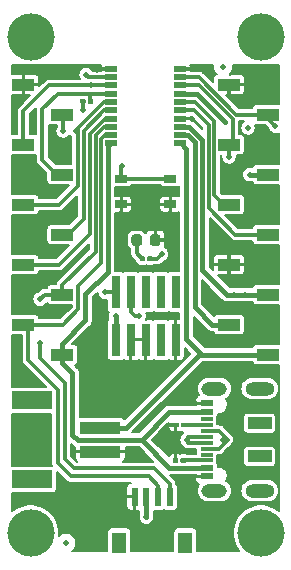
<source format=gbr>
G04 #@! TF.GenerationSoftware,KiCad,Pcbnew,(5.1.5-0-10_14)*
G04 #@! TF.CreationDate,2020-10-07T16:49:28+02:00*
G04 #@! TF.ProjectId,s1-popout-board,73312d70-6f70-46f7-9574-2d626f617264,2*
G04 #@! TF.SameCoordinates,Original*
G04 #@! TF.FileFunction,Copper,L1,Top*
G04 #@! TF.FilePolarity,Positive*
%FSLAX46Y46*%
G04 Gerber Fmt 4.6, Leading zero omitted, Abs format (unit mm)*
G04 Created by KiCad (PCBNEW (5.1.5-0-10_14)) date 2020-10-07 16:49:28*
%MOMM*%
%LPD*%
G04 APERTURE LIST*
%ADD10C,0.500000*%
%ADD11O,2.158000X1.158000*%
%ADD12O,2.458000X1.158000*%
%ADD13R,2.006600X0.990600*%
%ADD14R,1.092200X0.558800*%
%ADD15R,1.041400X0.304800*%
%ADD16R,1.050000X0.650000*%
%ADD17C,0.100000*%
%ADD18R,0.600000X1.550000*%
%ADD19R,1.200000X1.800000*%
%ADD20R,0.740000X2.790000*%
%ADD21R,3.400000X1.500000*%
%ADD22R,3.500000X1.000000*%
%ADD23R,1.900000X1.000000*%
%ADD24R,1.000000X0.500000*%
%ADD25C,4.000000*%
%ADD26C,0.300000*%
%ADD27C,0.450000*%
%ADD28C,0.200000*%
G04 APERTURE END LIST*
D10*
X113500000Y-46450000D03*
X100200000Y-86800000D03*
D11*
X112770999Y-73730399D03*
D12*
X116596000Y-73729999D03*
D11*
X112770999Y-82370002D03*
D12*
X116596000Y-82370002D03*
D13*
X116596000Y-76650001D03*
X116596000Y-79450000D03*
D14*
X112100000Y-74950001D03*
X112100000Y-75700000D03*
D15*
X112100000Y-76300001D03*
X112100000Y-76800000D03*
X112100000Y-77299999D03*
X112100000Y-77800001D03*
X112100000Y-78300000D03*
X112100000Y-78800001D03*
X112100000Y-79300000D03*
X112100000Y-79799999D03*
D14*
X112100000Y-80400001D03*
X112100000Y-81150000D03*
D16*
X104875000Y-58096666D03*
X104875000Y-55946666D03*
X109025000Y-55946666D03*
X109025000Y-58096666D03*
G04 #@! TA.AperFunction,SMDPad,CuDef*
D17*
G36*
X101769802Y-49200482D02*
G01*
X101779509Y-49201921D01*
X101789028Y-49204306D01*
X101798268Y-49207612D01*
X101807140Y-49211808D01*
X101815557Y-49216853D01*
X101823439Y-49222699D01*
X101830711Y-49229289D01*
X101837301Y-49236561D01*
X101843147Y-49244443D01*
X101848192Y-49252860D01*
X101852388Y-49261732D01*
X101855694Y-49270972D01*
X101858079Y-49280491D01*
X101859518Y-49290198D01*
X101860000Y-49300000D01*
X101860000Y-49500000D01*
X101859518Y-49509802D01*
X101858079Y-49519509D01*
X101855694Y-49529028D01*
X101852388Y-49538268D01*
X101848192Y-49547140D01*
X101843147Y-49555557D01*
X101837301Y-49563439D01*
X101830711Y-49570711D01*
X101823439Y-49577301D01*
X101815557Y-49583147D01*
X101807140Y-49588192D01*
X101798268Y-49592388D01*
X101789028Y-49595694D01*
X101779509Y-49598079D01*
X101769802Y-49599518D01*
X101760000Y-49600000D01*
X101500000Y-49600000D01*
X101490198Y-49599518D01*
X101480491Y-49598079D01*
X101470972Y-49595694D01*
X101461732Y-49592388D01*
X101452860Y-49588192D01*
X101444443Y-49583147D01*
X101436561Y-49577301D01*
X101429289Y-49570711D01*
X101422699Y-49563439D01*
X101416853Y-49555557D01*
X101411808Y-49547140D01*
X101407612Y-49538268D01*
X101404306Y-49529028D01*
X101401921Y-49519509D01*
X101400482Y-49509802D01*
X101400000Y-49500000D01*
X101400000Y-49300000D01*
X101400482Y-49290198D01*
X101401921Y-49280491D01*
X101404306Y-49270972D01*
X101407612Y-49261732D01*
X101411808Y-49252860D01*
X101416853Y-49244443D01*
X101422699Y-49236561D01*
X101429289Y-49229289D01*
X101436561Y-49222699D01*
X101444443Y-49216853D01*
X101452860Y-49211808D01*
X101461732Y-49207612D01*
X101470972Y-49204306D01*
X101480491Y-49201921D01*
X101490198Y-49200482D01*
X101500000Y-49200000D01*
X101760000Y-49200000D01*
X101769802Y-49200482D01*
G37*
G04 #@! TD.AperFunction*
G04 #@! TA.AperFunction,SMDPad,CuDef*
G36*
X102409802Y-49200482D02*
G01*
X102419509Y-49201921D01*
X102429028Y-49204306D01*
X102438268Y-49207612D01*
X102447140Y-49211808D01*
X102455557Y-49216853D01*
X102463439Y-49222699D01*
X102470711Y-49229289D01*
X102477301Y-49236561D01*
X102483147Y-49244443D01*
X102488192Y-49252860D01*
X102492388Y-49261732D01*
X102495694Y-49270972D01*
X102498079Y-49280491D01*
X102499518Y-49290198D01*
X102500000Y-49300000D01*
X102500000Y-49500000D01*
X102499518Y-49509802D01*
X102498079Y-49519509D01*
X102495694Y-49529028D01*
X102492388Y-49538268D01*
X102488192Y-49547140D01*
X102483147Y-49555557D01*
X102477301Y-49563439D01*
X102470711Y-49570711D01*
X102463439Y-49577301D01*
X102455557Y-49583147D01*
X102447140Y-49588192D01*
X102438268Y-49592388D01*
X102429028Y-49595694D01*
X102419509Y-49598079D01*
X102409802Y-49599518D01*
X102400000Y-49600000D01*
X102140000Y-49600000D01*
X102130198Y-49599518D01*
X102120491Y-49598079D01*
X102110972Y-49595694D01*
X102101732Y-49592388D01*
X102092860Y-49588192D01*
X102084443Y-49583147D01*
X102076561Y-49577301D01*
X102069289Y-49570711D01*
X102062699Y-49563439D01*
X102056853Y-49555557D01*
X102051808Y-49547140D01*
X102047612Y-49538268D01*
X102044306Y-49529028D01*
X102041921Y-49519509D01*
X102040482Y-49509802D01*
X102040000Y-49500000D01*
X102040000Y-49300000D01*
X102040482Y-49290198D01*
X102041921Y-49280491D01*
X102044306Y-49270972D01*
X102047612Y-49261732D01*
X102051808Y-49252860D01*
X102056853Y-49244443D01*
X102062699Y-49236561D01*
X102069289Y-49229289D01*
X102076561Y-49222699D01*
X102084443Y-49216853D01*
X102092860Y-49211808D01*
X102101732Y-49207612D01*
X102110972Y-49204306D01*
X102120491Y-49201921D01*
X102130198Y-49200482D01*
X102140000Y-49200000D01*
X102400000Y-49200000D01*
X102409802Y-49200482D01*
G37*
G04 #@! TD.AperFunction*
G04 #@! TA.AperFunction,SMDPad,CuDef*
G36*
X106794802Y-62525482D02*
G01*
X106804509Y-62526921D01*
X106814028Y-62529306D01*
X106823268Y-62532612D01*
X106832140Y-62536808D01*
X106840557Y-62541853D01*
X106848439Y-62547699D01*
X106855711Y-62554289D01*
X106862301Y-62561561D01*
X106868147Y-62569443D01*
X106873192Y-62577860D01*
X106877388Y-62586732D01*
X106880694Y-62595972D01*
X106883079Y-62605491D01*
X106884518Y-62615198D01*
X106885000Y-62625000D01*
X106885000Y-62825000D01*
X106884518Y-62834802D01*
X106883079Y-62844509D01*
X106880694Y-62854028D01*
X106877388Y-62863268D01*
X106873192Y-62872140D01*
X106868147Y-62880557D01*
X106862301Y-62888439D01*
X106855711Y-62895711D01*
X106848439Y-62902301D01*
X106840557Y-62908147D01*
X106832140Y-62913192D01*
X106823268Y-62917388D01*
X106814028Y-62920694D01*
X106804509Y-62923079D01*
X106794802Y-62924518D01*
X106785000Y-62925000D01*
X106525000Y-62925000D01*
X106515198Y-62924518D01*
X106505491Y-62923079D01*
X106495972Y-62920694D01*
X106486732Y-62917388D01*
X106477860Y-62913192D01*
X106469443Y-62908147D01*
X106461561Y-62902301D01*
X106454289Y-62895711D01*
X106447699Y-62888439D01*
X106441853Y-62880557D01*
X106436808Y-62872140D01*
X106432612Y-62863268D01*
X106429306Y-62854028D01*
X106426921Y-62844509D01*
X106425482Y-62834802D01*
X106425000Y-62825000D01*
X106425000Y-62625000D01*
X106425482Y-62615198D01*
X106426921Y-62605491D01*
X106429306Y-62595972D01*
X106432612Y-62586732D01*
X106436808Y-62577860D01*
X106441853Y-62569443D01*
X106447699Y-62561561D01*
X106454289Y-62554289D01*
X106461561Y-62547699D01*
X106469443Y-62541853D01*
X106477860Y-62536808D01*
X106486732Y-62532612D01*
X106495972Y-62529306D01*
X106505491Y-62526921D01*
X106515198Y-62525482D01*
X106525000Y-62525000D01*
X106785000Y-62525000D01*
X106794802Y-62525482D01*
G37*
G04 #@! TD.AperFunction*
G04 #@! TA.AperFunction,SMDPad,CuDef*
G36*
X107434802Y-62525482D02*
G01*
X107444509Y-62526921D01*
X107454028Y-62529306D01*
X107463268Y-62532612D01*
X107472140Y-62536808D01*
X107480557Y-62541853D01*
X107488439Y-62547699D01*
X107495711Y-62554289D01*
X107502301Y-62561561D01*
X107508147Y-62569443D01*
X107513192Y-62577860D01*
X107517388Y-62586732D01*
X107520694Y-62595972D01*
X107523079Y-62605491D01*
X107524518Y-62615198D01*
X107525000Y-62625000D01*
X107525000Y-62825000D01*
X107524518Y-62834802D01*
X107523079Y-62844509D01*
X107520694Y-62854028D01*
X107517388Y-62863268D01*
X107513192Y-62872140D01*
X107508147Y-62880557D01*
X107502301Y-62888439D01*
X107495711Y-62895711D01*
X107488439Y-62902301D01*
X107480557Y-62908147D01*
X107472140Y-62913192D01*
X107463268Y-62917388D01*
X107454028Y-62920694D01*
X107444509Y-62923079D01*
X107434802Y-62924518D01*
X107425000Y-62925000D01*
X107165000Y-62925000D01*
X107155198Y-62924518D01*
X107145491Y-62923079D01*
X107135972Y-62920694D01*
X107126732Y-62917388D01*
X107117860Y-62913192D01*
X107109443Y-62908147D01*
X107101561Y-62902301D01*
X107094289Y-62895711D01*
X107087699Y-62888439D01*
X107081853Y-62880557D01*
X107076808Y-62872140D01*
X107072612Y-62863268D01*
X107069306Y-62854028D01*
X107066921Y-62844509D01*
X107065482Y-62834802D01*
X107065000Y-62825000D01*
X107065000Y-62625000D01*
X107065482Y-62615198D01*
X107066921Y-62605491D01*
X107069306Y-62595972D01*
X107072612Y-62586732D01*
X107076808Y-62577860D01*
X107081853Y-62569443D01*
X107087699Y-62561561D01*
X107094289Y-62554289D01*
X107101561Y-62547699D01*
X107109443Y-62541853D01*
X107117860Y-62536808D01*
X107126732Y-62532612D01*
X107135972Y-62529306D01*
X107145491Y-62526921D01*
X107155198Y-62525482D01*
X107165000Y-62525000D01*
X107425000Y-62525000D01*
X107434802Y-62525482D01*
G37*
G04 #@! TD.AperFunction*
G04 #@! TA.AperFunction,SMDPad,CuDef*
G36*
X109619802Y-79600482D02*
G01*
X109629509Y-79601921D01*
X109639028Y-79604306D01*
X109648268Y-79607612D01*
X109657140Y-79611808D01*
X109665557Y-79616853D01*
X109673439Y-79622699D01*
X109680711Y-79629289D01*
X109687301Y-79636561D01*
X109693147Y-79644443D01*
X109698192Y-79652860D01*
X109702388Y-79661732D01*
X109705694Y-79670972D01*
X109708079Y-79680491D01*
X109709518Y-79690198D01*
X109710000Y-79700000D01*
X109710000Y-79900000D01*
X109709518Y-79909802D01*
X109708079Y-79919509D01*
X109705694Y-79929028D01*
X109702388Y-79938268D01*
X109698192Y-79947140D01*
X109693147Y-79955557D01*
X109687301Y-79963439D01*
X109680711Y-79970711D01*
X109673439Y-79977301D01*
X109665557Y-79983147D01*
X109657140Y-79988192D01*
X109648268Y-79992388D01*
X109639028Y-79995694D01*
X109629509Y-79998079D01*
X109619802Y-79999518D01*
X109610000Y-80000000D01*
X109350000Y-80000000D01*
X109340198Y-79999518D01*
X109330491Y-79998079D01*
X109320972Y-79995694D01*
X109311732Y-79992388D01*
X109302860Y-79988192D01*
X109294443Y-79983147D01*
X109286561Y-79977301D01*
X109279289Y-79970711D01*
X109272699Y-79963439D01*
X109266853Y-79955557D01*
X109261808Y-79947140D01*
X109257612Y-79938268D01*
X109254306Y-79929028D01*
X109251921Y-79919509D01*
X109250482Y-79909802D01*
X109250000Y-79900000D01*
X109250000Y-79700000D01*
X109250482Y-79690198D01*
X109251921Y-79680491D01*
X109254306Y-79670972D01*
X109257612Y-79661732D01*
X109261808Y-79652860D01*
X109266853Y-79644443D01*
X109272699Y-79636561D01*
X109279289Y-79629289D01*
X109286561Y-79622699D01*
X109294443Y-79616853D01*
X109302860Y-79611808D01*
X109311732Y-79607612D01*
X109320972Y-79604306D01*
X109330491Y-79601921D01*
X109340198Y-79600482D01*
X109350000Y-79600000D01*
X109610000Y-79600000D01*
X109619802Y-79600482D01*
G37*
G04 #@! TD.AperFunction*
G04 #@! TA.AperFunction,SMDPad,CuDef*
G36*
X110259802Y-79600482D02*
G01*
X110269509Y-79601921D01*
X110279028Y-79604306D01*
X110288268Y-79607612D01*
X110297140Y-79611808D01*
X110305557Y-79616853D01*
X110313439Y-79622699D01*
X110320711Y-79629289D01*
X110327301Y-79636561D01*
X110333147Y-79644443D01*
X110338192Y-79652860D01*
X110342388Y-79661732D01*
X110345694Y-79670972D01*
X110348079Y-79680491D01*
X110349518Y-79690198D01*
X110350000Y-79700000D01*
X110350000Y-79900000D01*
X110349518Y-79909802D01*
X110348079Y-79919509D01*
X110345694Y-79929028D01*
X110342388Y-79938268D01*
X110338192Y-79947140D01*
X110333147Y-79955557D01*
X110327301Y-79963439D01*
X110320711Y-79970711D01*
X110313439Y-79977301D01*
X110305557Y-79983147D01*
X110297140Y-79988192D01*
X110288268Y-79992388D01*
X110279028Y-79995694D01*
X110269509Y-79998079D01*
X110259802Y-79999518D01*
X110250000Y-80000000D01*
X109990000Y-80000000D01*
X109980198Y-79999518D01*
X109970491Y-79998079D01*
X109960972Y-79995694D01*
X109951732Y-79992388D01*
X109942860Y-79988192D01*
X109934443Y-79983147D01*
X109926561Y-79977301D01*
X109919289Y-79970711D01*
X109912699Y-79963439D01*
X109906853Y-79955557D01*
X109901808Y-79947140D01*
X109897612Y-79938268D01*
X109894306Y-79929028D01*
X109891921Y-79919509D01*
X109890482Y-79909802D01*
X109890000Y-79900000D01*
X109890000Y-79700000D01*
X109890482Y-79690198D01*
X109891921Y-79680491D01*
X109894306Y-79670972D01*
X109897612Y-79661732D01*
X109901808Y-79652860D01*
X109906853Y-79644443D01*
X109912699Y-79636561D01*
X109919289Y-79629289D01*
X109926561Y-79622699D01*
X109934443Y-79616853D01*
X109942860Y-79611808D01*
X109951732Y-79607612D01*
X109960972Y-79604306D01*
X109970491Y-79601921D01*
X109980198Y-79600482D01*
X109990000Y-79600000D01*
X110250000Y-79600000D01*
X110259802Y-79600482D01*
G37*
G04 #@! TD.AperFunction*
G04 #@! TA.AperFunction,SMDPad,CuDef*
G36*
X109639802Y-76600482D02*
G01*
X109649509Y-76601921D01*
X109659028Y-76604306D01*
X109668268Y-76607612D01*
X109677140Y-76611808D01*
X109685557Y-76616853D01*
X109693439Y-76622699D01*
X109700711Y-76629289D01*
X109707301Y-76636561D01*
X109713147Y-76644443D01*
X109718192Y-76652860D01*
X109722388Y-76661732D01*
X109725694Y-76670972D01*
X109728079Y-76680491D01*
X109729518Y-76690198D01*
X109730000Y-76700000D01*
X109730000Y-76900000D01*
X109729518Y-76909802D01*
X109728079Y-76919509D01*
X109725694Y-76929028D01*
X109722388Y-76938268D01*
X109718192Y-76947140D01*
X109713147Y-76955557D01*
X109707301Y-76963439D01*
X109700711Y-76970711D01*
X109693439Y-76977301D01*
X109685557Y-76983147D01*
X109677140Y-76988192D01*
X109668268Y-76992388D01*
X109659028Y-76995694D01*
X109649509Y-76998079D01*
X109639802Y-76999518D01*
X109630000Y-77000000D01*
X109370000Y-77000000D01*
X109360198Y-76999518D01*
X109350491Y-76998079D01*
X109340972Y-76995694D01*
X109331732Y-76992388D01*
X109322860Y-76988192D01*
X109314443Y-76983147D01*
X109306561Y-76977301D01*
X109299289Y-76970711D01*
X109292699Y-76963439D01*
X109286853Y-76955557D01*
X109281808Y-76947140D01*
X109277612Y-76938268D01*
X109274306Y-76929028D01*
X109271921Y-76919509D01*
X109270482Y-76909802D01*
X109270000Y-76900000D01*
X109270000Y-76700000D01*
X109270482Y-76690198D01*
X109271921Y-76680491D01*
X109274306Y-76670972D01*
X109277612Y-76661732D01*
X109281808Y-76652860D01*
X109286853Y-76644443D01*
X109292699Y-76636561D01*
X109299289Y-76629289D01*
X109306561Y-76622699D01*
X109314443Y-76616853D01*
X109322860Y-76611808D01*
X109331732Y-76607612D01*
X109340972Y-76604306D01*
X109350491Y-76601921D01*
X109360198Y-76600482D01*
X109370000Y-76600000D01*
X109630000Y-76600000D01*
X109639802Y-76600482D01*
G37*
G04 #@! TD.AperFunction*
G04 #@! TA.AperFunction,SMDPad,CuDef*
G36*
X110279802Y-76600482D02*
G01*
X110289509Y-76601921D01*
X110299028Y-76604306D01*
X110308268Y-76607612D01*
X110317140Y-76611808D01*
X110325557Y-76616853D01*
X110333439Y-76622699D01*
X110340711Y-76629289D01*
X110347301Y-76636561D01*
X110353147Y-76644443D01*
X110358192Y-76652860D01*
X110362388Y-76661732D01*
X110365694Y-76670972D01*
X110368079Y-76680491D01*
X110369518Y-76690198D01*
X110370000Y-76700000D01*
X110370000Y-76900000D01*
X110369518Y-76909802D01*
X110368079Y-76919509D01*
X110365694Y-76929028D01*
X110362388Y-76938268D01*
X110358192Y-76947140D01*
X110353147Y-76955557D01*
X110347301Y-76963439D01*
X110340711Y-76970711D01*
X110333439Y-76977301D01*
X110325557Y-76983147D01*
X110317140Y-76988192D01*
X110308268Y-76992388D01*
X110299028Y-76995694D01*
X110289509Y-76998079D01*
X110279802Y-76999518D01*
X110270000Y-77000000D01*
X110010000Y-77000000D01*
X110000198Y-76999518D01*
X109990491Y-76998079D01*
X109980972Y-76995694D01*
X109971732Y-76992388D01*
X109962860Y-76988192D01*
X109954443Y-76983147D01*
X109946561Y-76977301D01*
X109939289Y-76970711D01*
X109932699Y-76963439D01*
X109926853Y-76955557D01*
X109921808Y-76947140D01*
X109917612Y-76938268D01*
X109914306Y-76929028D01*
X109911921Y-76919509D01*
X109910482Y-76909802D01*
X109910000Y-76900000D01*
X109910000Y-76700000D01*
X109910482Y-76690198D01*
X109911921Y-76680491D01*
X109914306Y-76670972D01*
X109917612Y-76661732D01*
X109921808Y-76652860D01*
X109926853Y-76644443D01*
X109932699Y-76636561D01*
X109939289Y-76629289D01*
X109946561Y-76622699D01*
X109954443Y-76616853D01*
X109962860Y-76611808D01*
X109971732Y-76607612D01*
X109980972Y-76604306D01*
X109990491Y-76601921D01*
X110000198Y-76600482D01*
X110010000Y-76600000D01*
X110270000Y-76600000D01*
X110279802Y-76600482D01*
G37*
G04 #@! TD.AperFunction*
D18*
X109000000Y-82875000D03*
X108000000Y-82875000D03*
X107000000Y-82875000D03*
X106000000Y-82875000D03*
D19*
X104700000Y-86750000D03*
X110300000Y-86750000D03*
D20*
X108220000Y-69585000D03*
X109490000Y-65515000D03*
X109490000Y-69585000D03*
X108220000Y-65515000D03*
X106950000Y-65515000D03*
X106950000Y-69585000D03*
X105680000Y-65515000D03*
X105680000Y-69585000D03*
X104410000Y-65515000D03*
X104410000Y-69585000D03*
D21*
X97350000Y-74700000D03*
X97350000Y-81400000D03*
D22*
X103100000Y-77050000D03*
X103100000Y-79050000D03*
D23*
X117300000Y-70850000D03*
X117300000Y-65770000D03*
X117300000Y-60690000D03*
X117300000Y-55610000D03*
X117300000Y-50530000D03*
X114000000Y-68310000D03*
X114000000Y-63230000D03*
X114000000Y-58150000D03*
X114000000Y-53070000D03*
X114000000Y-47990000D03*
D24*
X109850000Y-46650000D03*
X104050000Y-47350000D03*
X104050000Y-46650000D03*
X104050000Y-48050000D03*
X104050000Y-48750000D03*
X104050000Y-49450000D03*
X104050000Y-50150000D03*
X104050000Y-50850000D03*
X104050000Y-51550000D03*
X104050000Y-52250000D03*
X104050000Y-52950000D03*
X109850000Y-52950000D03*
X109850000Y-52250000D03*
X109850000Y-51550000D03*
X109850000Y-50850000D03*
X109850000Y-50150000D03*
X109850000Y-49450000D03*
X109850000Y-48750000D03*
X109850000Y-48050000D03*
X109850000Y-47350000D03*
D23*
X99900000Y-70850000D03*
X99900000Y-65770000D03*
X99900000Y-60690000D03*
X99900000Y-55610000D03*
X99900000Y-50530000D03*
X96600000Y-68310000D03*
X96600000Y-63230000D03*
X96600000Y-58150000D03*
X96600000Y-53070000D03*
X96600000Y-47990000D03*
G04 #@! TA.AperFunction,SMDPad,CuDef*
D17*
G36*
X106422691Y-60664385D02*
G01*
X106443926Y-60667535D01*
X106464750Y-60672751D01*
X106484962Y-60679983D01*
X106504368Y-60689162D01*
X106522781Y-60700198D01*
X106540024Y-60712986D01*
X106555930Y-60727402D01*
X106570346Y-60743308D01*
X106583134Y-60760551D01*
X106594170Y-60778964D01*
X106603349Y-60798370D01*
X106610581Y-60818582D01*
X106615797Y-60839406D01*
X106618947Y-60860641D01*
X106620000Y-60882082D01*
X106620000Y-61394582D01*
X106618947Y-61416023D01*
X106615797Y-61437258D01*
X106610581Y-61458082D01*
X106603349Y-61478294D01*
X106594170Y-61497700D01*
X106583134Y-61516113D01*
X106570346Y-61533356D01*
X106555930Y-61549262D01*
X106540024Y-61563678D01*
X106522781Y-61576466D01*
X106504368Y-61587502D01*
X106484962Y-61596681D01*
X106464750Y-61603913D01*
X106443926Y-61609129D01*
X106422691Y-61612279D01*
X106401250Y-61613332D01*
X105963750Y-61613332D01*
X105942309Y-61612279D01*
X105921074Y-61609129D01*
X105900250Y-61603913D01*
X105880038Y-61596681D01*
X105860632Y-61587502D01*
X105842219Y-61576466D01*
X105824976Y-61563678D01*
X105809070Y-61549262D01*
X105794654Y-61533356D01*
X105781866Y-61516113D01*
X105770830Y-61497700D01*
X105761651Y-61478294D01*
X105754419Y-61458082D01*
X105749203Y-61437258D01*
X105746053Y-61416023D01*
X105745000Y-61394582D01*
X105745000Y-60882082D01*
X105746053Y-60860641D01*
X105749203Y-60839406D01*
X105754419Y-60818582D01*
X105761651Y-60798370D01*
X105770830Y-60778964D01*
X105781866Y-60760551D01*
X105794654Y-60743308D01*
X105809070Y-60727402D01*
X105824976Y-60712986D01*
X105842219Y-60700198D01*
X105860632Y-60689162D01*
X105880038Y-60679983D01*
X105900250Y-60672751D01*
X105921074Y-60667535D01*
X105942309Y-60664385D01*
X105963750Y-60663332D01*
X106401250Y-60663332D01*
X106422691Y-60664385D01*
G37*
G04 #@! TD.AperFunction*
G04 #@! TA.AperFunction,SMDPad,CuDef*
G36*
X107997691Y-60664385D02*
G01*
X108018926Y-60667535D01*
X108039750Y-60672751D01*
X108059962Y-60679983D01*
X108079368Y-60689162D01*
X108097781Y-60700198D01*
X108115024Y-60712986D01*
X108130930Y-60727402D01*
X108145346Y-60743308D01*
X108158134Y-60760551D01*
X108169170Y-60778964D01*
X108178349Y-60798370D01*
X108185581Y-60818582D01*
X108190797Y-60839406D01*
X108193947Y-60860641D01*
X108195000Y-60882082D01*
X108195000Y-61394582D01*
X108193947Y-61416023D01*
X108190797Y-61437258D01*
X108185581Y-61458082D01*
X108178349Y-61478294D01*
X108169170Y-61497700D01*
X108158134Y-61516113D01*
X108145346Y-61533356D01*
X108130930Y-61549262D01*
X108115024Y-61563678D01*
X108097781Y-61576466D01*
X108079368Y-61587502D01*
X108059962Y-61596681D01*
X108039750Y-61603913D01*
X108018926Y-61609129D01*
X107997691Y-61612279D01*
X107976250Y-61613332D01*
X107538750Y-61613332D01*
X107517309Y-61612279D01*
X107496074Y-61609129D01*
X107475250Y-61603913D01*
X107455038Y-61596681D01*
X107435632Y-61587502D01*
X107417219Y-61576466D01*
X107399976Y-61563678D01*
X107384070Y-61549262D01*
X107369654Y-61533356D01*
X107356866Y-61516113D01*
X107345830Y-61497700D01*
X107336651Y-61478294D01*
X107329419Y-61458082D01*
X107324203Y-61437258D01*
X107321053Y-61416023D01*
X107320000Y-61394582D01*
X107320000Y-60882082D01*
X107321053Y-60860641D01*
X107324203Y-60839406D01*
X107329419Y-60818582D01*
X107336651Y-60798370D01*
X107345830Y-60778964D01*
X107356866Y-60760551D01*
X107369654Y-60743308D01*
X107384070Y-60727402D01*
X107399976Y-60712986D01*
X107417219Y-60700198D01*
X107435632Y-60689162D01*
X107455038Y-60679983D01*
X107475250Y-60672751D01*
X107496074Y-60667535D01*
X107517309Y-60664385D01*
X107538750Y-60663332D01*
X107976250Y-60663332D01*
X107997691Y-60664385D01*
G37*
G04 #@! TD.AperFunction*
D25*
X97200000Y-43950000D03*
X116700000Y-43950000D03*
X116700000Y-85925000D03*
X97200000Y-85925000D03*
D10*
X115600000Y-51650000D03*
X102800000Y-46700000D03*
X112200000Y-46600000D03*
X117400000Y-46900000D03*
X114900000Y-46600000D03*
X117750000Y-49100000D03*
X117150000Y-62400000D03*
X117150000Y-64050000D03*
X113620000Y-61680000D03*
X117200000Y-67600000D03*
X117200000Y-69350000D03*
X112800000Y-69750000D03*
X112400000Y-66400000D03*
X102200000Y-75150000D03*
X108070000Y-71880000D03*
X106060000Y-71880000D03*
X102200000Y-73250000D03*
X97350000Y-76800000D03*
X97350000Y-79200000D03*
X96700000Y-72800000D03*
X96580000Y-65870000D03*
X96950000Y-60700000D03*
X97000000Y-55600000D03*
X97400000Y-51250000D03*
X106950000Y-57250000D03*
X106760000Y-59360000D03*
X109320000Y-60600000D03*
X104950000Y-63250000D03*
X105530000Y-79310000D03*
X100800000Y-79100000D03*
X117150000Y-80900000D03*
X117050000Y-78050000D03*
X117050000Y-75250000D03*
X113550000Y-86750000D03*
X107400000Y-86850000D03*
X101550000Y-86950000D03*
X96200000Y-83100000D03*
X101670000Y-82900000D03*
X104280000Y-82990000D03*
X110500000Y-81600000D03*
X113550000Y-79750000D03*
X113550000Y-76450000D03*
X96250000Y-46700000D03*
X99550000Y-46700000D03*
X110900000Y-50850000D03*
X108050000Y-78300000D03*
X108800000Y-79050000D03*
X104300000Y-75150000D03*
X104950000Y-61550000D03*
X108850000Y-67550000D03*
X112300000Y-72100000D03*
X110160000Y-74390000D03*
X99120000Y-52300000D03*
X115790000Y-59780000D03*
X117260000Y-53290000D03*
X98000000Y-69850000D03*
X98000000Y-66150000D03*
X101900000Y-47150000D03*
X99950000Y-51900000D03*
X101050000Y-51900000D03*
X102350000Y-48050000D03*
X108290000Y-62340000D03*
X107000000Y-84600000D03*
X114414998Y-65770000D03*
X115350000Y-65770000D03*
X115750000Y-55610002D03*
X104400000Y-67550000D03*
X113700000Y-51150000D03*
X114000000Y-54100000D03*
X103500000Y-65550000D03*
X106400000Y-67550000D03*
X117930000Y-51510004D03*
X101650000Y-50100000D03*
X104899992Y-54900000D03*
X113500000Y-78050000D03*
X110450000Y-78050000D03*
D26*
X106182500Y-62252500D02*
X106655000Y-62725000D01*
X106182500Y-61138332D02*
X106182500Y-62252500D01*
D27*
X112100000Y-80400001D02*
X112050001Y-80450000D01*
X108950000Y-75700000D02*
X106600000Y-78050000D01*
X112100000Y-75700000D02*
X108950000Y-75700000D01*
X108950001Y-80400001D02*
X106600000Y-78050000D01*
X112100000Y-80400001D02*
X108950001Y-80400001D01*
X99900000Y-69900000D02*
X99900000Y-70850000D01*
X101850000Y-65742476D02*
X101850000Y-67950000D01*
X103750000Y-53150000D02*
X103750000Y-63842476D01*
X103750000Y-63842476D02*
X101850000Y-65742476D01*
X101850000Y-67950000D02*
X99900000Y-69900000D01*
X103950000Y-52950000D02*
X103750000Y-53150000D01*
X99900000Y-71550000D02*
X99900000Y-70850000D01*
X100750000Y-77625002D02*
X100750000Y-72400000D01*
X101174998Y-78050000D02*
X100750000Y-77625002D01*
X100750000Y-72400000D02*
X99900000Y-71550000D01*
X106600000Y-78050000D02*
X101174998Y-78050000D01*
D26*
X99880000Y-65750000D02*
X99900000Y-65770000D01*
X98400000Y-65750000D02*
X99880000Y-65750000D01*
X98000000Y-66150000D02*
X98400000Y-65750000D01*
X102700000Y-62150000D02*
X99900000Y-64950000D01*
X102700000Y-52286410D02*
X102700000Y-62150000D01*
X103436410Y-51550000D02*
X102700000Y-52286410D01*
X99900000Y-64950000D02*
X99900000Y-65770000D01*
X103950000Y-51550000D02*
X103436410Y-51550000D01*
X98000000Y-71150000D02*
X98000000Y-69850000D01*
X107650000Y-80450000D02*
X100900000Y-80450000D01*
X100100010Y-79650010D02*
X100100010Y-73250010D01*
X109000000Y-81800000D02*
X107650000Y-80450000D01*
X100100010Y-73250010D02*
X98000000Y-71150000D01*
X100900000Y-80450000D02*
X100100010Y-79650010D01*
X109000000Y-82875000D02*
X109000000Y-81800000D01*
X100360000Y-60690000D02*
X99900000Y-60690000D01*
X101700000Y-59350000D02*
X100360000Y-60690000D01*
X101700000Y-51884998D02*
X101700000Y-59350000D01*
X103434998Y-50150000D02*
X101700000Y-51884998D01*
X103950000Y-50150000D02*
X103434998Y-50150000D01*
X99450000Y-55610000D02*
X99900000Y-55610000D01*
X98200000Y-54360000D02*
X99450000Y-55610000D01*
X98200000Y-50050000D02*
X98200000Y-54360000D01*
X99500000Y-48750000D02*
X98200000Y-50050000D01*
X102150000Y-48750000D02*
X99500000Y-48750000D01*
X101650000Y-48750000D02*
X102150000Y-48750000D01*
X102600000Y-48750000D02*
X102150000Y-48750000D01*
X103950000Y-48750000D02*
X102600000Y-48750000D01*
X102270000Y-48750000D02*
X102600000Y-48750000D01*
X102270000Y-49400000D02*
X102270000Y-48750000D01*
X102100000Y-47350000D02*
X101900000Y-47150000D01*
X103950000Y-47350000D02*
X102100000Y-47350000D01*
X99950000Y-50580000D02*
X99900000Y-50530000D01*
X99950000Y-51900000D02*
X99950000Y-50580000D01*
X99940000Y-68310000D02*
X97850000Y-68310000D01*
X101250000Y-67000000D02*
X99940000Y-68310000D01*
X101250000Y-65000000D02*
X101250000Y-67000000D01*
X97850000Y-68310000D02*
X96600000Y-68310000D01*
X103200000Y-63050000D02*
X101250000Y-65000000D01*
X103200000Y-52550000D02*
X103200000Y-63050000D01*
X103500000Y-52250000D02*
X103200000Y-52550000D01*
X103950000Y-52250000D02*
X103500000Y-52250000D01*
X97000000Y-68710000D02*
X96600000Y-68310000D01*
X97000000Y-71300000D02*
X97000000Y-68710000D01*
X107200000Y-81150000D02*
X100600000Y-81150000D01*
X99500000Y-73800000D02*
X97000000Y-71300000D01*
X100600000Y-81150000D02*
X99500000Y-80050000D01*
X108000000Y-81950000D02*
X107200000Y-81150000D01*
X99500000Y-80050000D02*
X99500000Y-73800000D01*
X108000000Y-82875000D02*
X108000000Y-81950000D01*
X102200000Y-52150000D02*
X102200000Y-60650000D01*
X97850000Y-63230000D02*
X96600000Y-63230000D01*
X103500000Y-50850000D02*
X102200000Y-52150000D01*
X99620000Y-63230000D02*
X97850000Y-63230000D01*
X102200000Y-60650000D02*
X99620000Y-63230000D01*
X103950000Y-50850000D02*
X103500000Y-50850000D01*
X101200000Y-56550000D02*
X99600000Y-58150000D01*
X101200000Y-51684998D02*
X101200000Y-56550000D01*
X99600000Y-58150000D02*
X97850000Y-58150000D01*
X97850000Y-58150000D02*
X96600000Y-58150000D01*
X101200000Y-51750000D02*
X101050000Y-51900000D01*
X101200000Y-51684998D02*
X101200000Y-51750000D01*
X101460200Y-51424798D02*
X101200000Y-51684998D01*
X103434998Y-49450000D02*
X101460200Y-51424798D01*
X103950000Y-49450000D02*
X103434998Y-49450000D01*
X96600000Y-50250000D02*
X96600000Y-52270000D01*
X96600000Y-52270000D02*
X96600000Y-53070000D01*
X98800000Y-48050000D02*
X96600000Y-50250000D01*
X103950000Y-48050000D02*
X102350000Y-48050000D01*
X102350000Y-48050000D02*
X98800000Y-48050000D01*
X107925000Y-62725000D02*
X107295000Y-62725000D01*
X108290000Y-62360000D02*
X107925000Y-62725000D01*
X108290000Y-62340000D02*
X108290000Y-62360000D01*
D27*
X111500000Y-70850000D02*
X115900000Y-70850000D01*
X105300000Y-77050000D02*
X111500000Y-70850000D01*
X115900000Y-70850000D02*
X117300000Y-70850000D01*
X103100000Y-77050000D02*
X105300000Y-77050000D01*
X111700000Y-70850000D02*
X115900000Y-70850000D01*
X110400000Y-53400000D02*
X110400000Y-69550000D01*
X110400000Y-69550000D02*
X111700000Y-70850000D01*
X109950000Y-52950000D02*
X110400000Y-53400000D01*
X109950000Y-52250000D02*
X110501458Y-52250000D01*
X112600000Y-68310000D02*
X114000000Y-68310000D01*
X110501458Y-52250000D02*
X111099990Y-52848532D01*
X111099990Y-66809990D02*
X112600000Y-68310000D01*
X111099990Y-52848532D02*
X111099990Y-66809990D01*
X114414998Y-65770000D02*
X115900000Y-65770000D01*
X115900000Y-65770000D02*
X117300000Y-65770000D01*
X107000000Y-82875000D02*
X107000000Y-84600000D01*
X113820000Y-65770000D02*
X114414998Y-65770000D01*
X111750000Y-52650000D02*
X111750000Y-63700000D01*
X110650000Y-51550000D02*
X111750000Y-52650000D01*
X111750000Y-63700000D02*
X113820000Y-65770000D01*
X109950000Y-51550000D02*
X110650000Y-51550000D01*
D26*
X116050000Y-60690000D02*
X117300000Y-60690000D01*
X114549998Y-60690000D02*
X116050000Y-60690000D01*
X111050000Y-50150000D02*
X112299991Y-51399991D01*
X112299991Y-58439993D02*
X114549998Y-60690000D01*
X112299991Y-51399991D02*
X112299991Y-58439993D01*
X109950000Y-50150000D02*
X111050000Y-50150000D01*
X113550000Y-58150000D02*
X114000000Y-58150000D01*
X112750000Y-57350000D02*
X113550000Y-58150000D01*
X112750000Y-51050000D02*
X112750000Y-57350000D01*
X111150000Y-49450000D02*
X112750000Y-51050000D01*
X109950000Y-49450000D02*
X111150000Y-49450000D01*
D27*
X117299998Y-55610002D02*
X117300000Y-55610000D01*
X115750000Y-55610002D02*
X117299998Y-55610002D01*
X104410000Y-67560000D02*
X104400000Y-67550000D01*
X104410000Y-69585000D02*
X104410000Y-67560000D01*
X113400001Y-50850001D02*
X113700000Y-51150000D01*
X111300000Y-48750000D02*
X113400001Y-50850001D01*
X109950000Y-48750000D02*
X111300000Y-48750000D01*
D26*
X114000000Y-54100000D02*
X114000000Y-53070000D01*
X104410000Y-65515000D02*
X103535000Y-65515000D01*
X103535000Y-65515000D02*
X103500000Y-65550000D01*
X114300000Y-52770000D02*
X114000000Y-53070000D01*
X114300000Y-50900000D02*
X114300000Y-52770000D01*
X111450000Y-48050000D02*
X114300000Y-50900000D01*
X109950000Y-48050000D02*
X111450000Y-48050000D01*
X105680000Y-65515000D02*
X105680000Y-67210000D01*
X105680000Y-67210000D02*
X106020000Y-67550000D01*
X106020000Y-67550000D02*
X106400000Y-67550000D01*
X114630000Y-50530000D02*
X116050000Y-50530000D01*
X111450000Y-47350000D02*
X114630000Y-50530000D01*
X116050000Y-50530000D02*
X117300000Y-50530000D01*
X109950000Y-47350000D02*
X111450000Y-47350000D01*
X117300000Y-50880004D02*
X117930000Y-51510004D01*
X117300000Y-50530000D02*
X117300000Y-50880004D01*
X112100000Y-76800000D02*
X110140000Y-76800000D01*
X110120001Y-79799999D02*
X110120000Y-79800000D01*
X112100000Y-79799999D02*
X110120001Y-79799999D01*
X109025000Y-55946666D02*
X108636666Y-55946666D01*
X104875000Y-55946666D02*
X109025000Y-55946666D01*
X101630000Y-50080000D02*
X101650000Y-50100000D01*
X101630000Y-49400000D02*
X101630000Y-50080000D01*
X104875000Y-55946666D02*
X104875000Y-54924992D01*
X104875000Y-54924992D02*
X104899992Y-54900000D01*
X112100000Y-77299999D02*
X113149999Y-77299999D01*
X113149999Y-77299999D02*
X113900000Y-78050000D01*
X113149999Y-78800001D02*
X112100000Y-78800001D01*
X113900000Y-78050000D02*
X113149999Y-78800001D01*
X113900000Y-78050000D02*
X113500000Y-78050000D01*
X110500000Y-77800001D02*
X112100000Y-77800001D01*
X112100000Y-78300000D02*
X110500000Y-78300000D01*
X110450000Y-78050000D02*
X110500000Y-77800001D01*
X110500000Y-78300000D02*
X110450000Y-78050000D01*
D28*
G36*
X115978660Y-71503814D02*
G01*
X116015803Y-71573303D01*
X116065789Y-71634211D01*
X116126697Y-71684197D01*
X116196186Y-71721340D01*
X116271586Y-71744212D01*
X116350000Y-71751935D01*
X118250000Y-71751935D01*
X118275000Y-71749473D01*
X118275000Y-84105887D01*
X118229911Y-84060798D01*
X117836826Y-83798147D01*
X117400054Y-83617230D01*
X116936379Y-83525000D01*
X116463621Y-83525000D01*
X115999946Y-83617230D01*
X115563174Y-83798147D01*
X115170089Y-84060798D01*
X114835798Y-84395089D01*
X114573147Y-84788174D01*
X114392230Y-85224946D01*
X114300000Y-85688621D01*
X114300000Y-86161379D01*
X114392230Y-86625054D01*
X114573147Y-87061826D01*
X114835798Y-87454911D01*
X114880887Y-87500000D01*
X111301935Y-87500000D01*
X111301935Y-85850000D01*
X111294212Y-85771586D01*
X111271340Y-85696186D01*
X111234197Y-85626697D01*
X111184211Y-85565789D01*
X111123303Y-85515803D01*
X111053814Y-85478660D01*
X110978414Y-85455788D01*
X110900000Y-85448065D01*
X109700000Y-85448065D01*
X109621586Y-85455788D01*
X109546186Y-85478660D01*
X109476697Y-85515803D01*
X109415789Y-85565789D01*
X109365803Y-85626697D01*
X109328660Y-85696186D01*
X109305788Y-85771586D01*
X109298065Y-85850000D01*
X109298065Y-87500000D01*
X105701935Y-87500000D01*
X105701935Y-85850000D01*
X105694212Y-85771586D01*
X105671340Y-85696186D01*
X105634197Y-85626697D01*
X105584211Y-85565789D01*
X105523303Y-85515803D01*
X105453814Y-85478660D01*
X105378414Y-85455788D01*
X105300000Y-85448065D01*
X104100000Y-85448065D01*
X104021586Y-85455788D01*
X103946186Y-85478660D01*
X103876697Y-85515803D01*
X103815789Y-85565789D01*
X103765803Y-85626697D01*
X103728660Y-85696186D01*
X103705788Y-85771586D01*
X103698065Y-85850000D01*
X103698065Y-87500000D01*
X100682336Y-87500000D01*
X100741844Y-87460238D01*
X100860238Y-87341844D01*
X100953260Y-87202626D01*
X101017335Y-87047936D01*
X101050000Y-86883718D01*
X101050000Y-86716282D01*
X101017335Y-86552064D01*
X100953260Y-86397374D01*
X100860238Y-86258156D01*
X100741844Y-86139762D01*
X100602626Y-86046740D01*
X100447936Y-85982665D01*
X100283718Y-85950000D01*
X100116282Y-85950000D01*
X99952064Y-85982665D01*
X99797374Y-86046740D01*
X99658156Y-86139762D01*
X99590927Y-86206991D01*
X99600000Y-86161379D01*
X99600000Y-85688621D01*
X99507770Y-85224946D01*
X99326853Y-84788174D01*
X99064202Y-84395089D01*
X98729911Y-84060798D01*
X98336826Y-83798147D01*
X97979168Y-83650000D01*
X105298065Y-83650000D01*
X105305788Y-83728414D01*
X105328660Y-83803814D01*
X105365803Y-83873303D01*
X105415789Y-83934211D01*
X105476697Y-83984197D01*
X105546186Y-84021340D01*
X105621586Y-84044212D01*
X105700000Y-84051935D01*
X105850000Y-84050000D01*
X105950000Y-83950000D01*
X105950000Y-82925000D01*
X105400000Y-82925000D01*
X105300000Y-83025000D01*
X105298065Y-83650000D01*
X97979168Y-83650000D01*
X97900054Y-83617230D01*
X97436379Y-83525000D01*
X96963621Y-83525000D01*
X96499946Y-83617230D01*
X96063174Y-83798147D01*
X95670089Y-84060798D01*
X95625000Y-84105887D01*
X95625000Y-82549473D01*
X95650000Y-82551935D01*
X99050000Y-82551935D01*
X99128414Y-82544212D01*
X99203814Y-82521340D01*
X99273303Y-82484197D01*
X99334211Y-82434211D01*
X99384197Y-82373303D01*
X99421340Y-82303814D01*
X99444212Y-82228414D01*
X99451935Y-82150000D01*
X99451935Y-80779752D01*
X100191992Y-81519810D01*
X100209210Y-81540790D01*
X100230190Y-81558008D01*
X100230195Y-81558013D01*
X100260903Y-81583214D01*
X100292958Y-81609521D01*
X100388506Y-81660592D01*
X100492181Y-81692042D01*
X100572982Y-81700000D01*
X100572992Y-81700000D01*
X100600000Y-81702660D01*
X100627008Y-81700000D01*
X105680353Y-81700000D01*
X105621586Y-81705788D01*
X105546186Y-81728660D01*
X105476697Y-81765803D01*
X105415789Y-81815789D01*
X105365803Y-81876697D01*
X105328660Y-81946186D01*
X105305788Y-82021586D01*
X105298065Y-82100000D01*
X105300000Y-82725000D01*
X105400000Y-82825000D01*
X105950000Y-82825000D01*
X105950000Y-82805000D01*
X106050000Y-82805000D01*
X106050000Y-82825000D01*
X106070000Y-82825000D01*
X106070000Y-82925000D01*
X106050000Y-82925000D01*
X106050000Y-83950000D01*
X106150000Y-84050000D01*
X106300000Y-84051935D01*
X106375001Y-84044548D01*
X106375001Y-84410349D01*
X106374979Y-84410402D01*
X106350000Y-84535981D01*
X106350000Y-84664019D01*
X106374979Y-84789598D01*
X106423978Y-84907890D01*
X106495112Y-85014351D01*
X106585649Y-85104888D01*
X106692110Y-85176022D01*
X106810402Y-85225021D01*
X106935981Y-85250000D01*
X107064019Y-85250000D01*
X107189598Y-85225021D01*
X107307890Y-85176022D01*
X107414351Y-85104888D01*
X107504888Y-85014351D01*
X107576022Y-84907890D01*
X107625021Y-84789598D01*
X107650000Y-84664019D01*
X107650000Y-84535981D01*
X107625021Y-84410402D01*
X107625000Y-84410351D01*
X107625000Y-84044548D01*
X107700000Y-84051935D01*
X108300000Y-84051935D01*
X108378414Y-84044212D01*
X108453814Y-84021340D01*
X108500000Y-83996653D01*
X108546186Y-84021340D01*
X108621586Y-84044212D01*
X108700000Y-84051935D01*
X109300000Y-84051935D01*
X109378414Y-84044212D01*
X109453814Y-84021340D01*
X109523303Y-83984197D01*
X109584211Y-83934211D01*
X109634197Y-83873303D01*
X109671340Y-83803814D01*
X109694212Y-83728414D01*
X109701935Y-83650000D01*
X109701935Y-82100000D01*
X109694212Y-82021586D01*
X109671340Y-81946186D01*
X109634197Y-81876697D01*
X109584211Y-81815789D01*
X109551577Y-81789007D01*
X109550000Y-81772991D01*
X109550000Y-81772982D01*
X109542042Y-81692181D01*
X109510592Y-81588506D01*
X109459521Y-81492958D01*
X109433415Y-81461148D01*
X109408013Y-81430195D01*
X109408008Y-81430190D01*
X109390790Y-81409210D01*
X109369810Y-81391992D01*
X109002819Y-81025001D01*
X111178901Y-81025001D01*
X111253900Y-81100000D01*
X112050000Y-81100000D01*
X112050000Y-81081336D01*
X112150000Y-81081336D01*
X112150000Y-81100000D01*
X112170000Y-81100000D01*
X112170000Y-81200000D01*
X112150000Y-81200000D01*
X112150000Y-81220000D01*
X112050000Y-81220000D01*
X112050000Y-81200000D01*
X111253900Y-81200000D01*
X111153900Y-81300000D01*
X111151965Y-81429400D01*
X111159688Y-81507814D01*
X111182560Y-81583214D01*
X111219703Y-81652703D01*
X111269689Y-81713611D01*
X111330597Y-81763597D01*
X111400086Y-81800740D01*
X111457429Y-81818135D01*
X111453052Y-81823468D01*
X111362145Y-81993543D01*
X111306165Y-82178085D01*
X111287263Y-82370002D01*
X111306165Y-82561919D01*
X111362145Y-82746461D01*
X111453052Y-82916536D01*
X111575393Y-83065608D01*
X111724465Y-83187949D01*
X111894540Y-83278856D01*
X112079082Y-83334836D01*
X112222913Y-83349002D01*
X113319085Y-83349002D01*
X113462916Y-83334836D01*
X113647458Y-83278856D01*
X113817533Y-83187949D01*
X113966605Y-83065608D01*
X114088946Y-82916536D01*
X114179853Y-82746461D01*
X114235833Y-82561919D01*
X114254735Y-82370002D01*
X114962264Y-82370002D01*
X114981166Y-82561919D01*
X115037146Y-82746461D01*
X115128053Y-82916536D01*
X115250394Y-83065608D01*
X115399466Y-83187949D01*
X115569541Y-83278856D01*
X115754083Y-83334836D01*
X115897914Y-83349002D01*
X117294086Y-83349002D01*
X117437917Y-83334836D01*
X117622459Y-83278856D01*
X117792534Y-83187949D01*
X117941606Y-83065608D01*
X118063947Y-82916536D01*
X118154854Y-82746461D01*
X118210834Y-82561919D01*
X118229736Y-82370002D01*
X118210834Y-82178085D01*
X118154854Y-81993543D01*
X118063947Y-81823468D01*
X117941606Y-81674396D01*
X117792534Y-81552055D01*
X117622459Y-81461148D01*
X117437917Y-81405168D01*
X117294086Y-81391002D01*
X115897914Y-81391002D01*
X115754083Y-81405168D01*
X115569541Y-81461148D01*
X115399466Y-81552055D01*
X115250394Y-81674396D01*
X115128053Y-81823468D01*
X115037146Y-81993543D01*
X114981166Y-82178085D01*
X114962264Y-82370002D01*
X114254735Y-82370002D01*
X114235833Y-82178085D01*
X114179853Y-81993543D01*
X114088946Y-81823468D01*
X113966605Y-81674396D01*
X113817533Y-81552055D01*
X113723921Y-81502018D01*
X113796487Y-81393416D01*
X113851139Y-81261475D01*
X113879000Y-81121406D01*
X113879000Y-80978594D01*
X113851139Y-80838525D01*
X113796487Y-80706584D01*
X113717144Y-80587839D01*
X113616161Y-80486856D01*
X113497416Y-80407513D01*
X113365475Y-80352861D01*
X113225406Y-80325000D01*
X113082594Y-80325000D01*
X113048035Y-80331874D01*
X113048035Y-80120601D01*
X113040312Y-80042187D01*
X113020292Y-79976189D01*
X113022635Y-79952399D01*
X113022635Y-79647599D01*
X113014912Y-79569185D01*
X113009092Y-79549999D01*
X113014912Y-79530814D01*
X113022635Y-79452400D01*
X113022635Y-79350001D01*
X113122991Y-79350001D01*
X113149999Y-79352661D01*
X113177007Y-79350001D01*
X113177017Y-79350001D01*
X113257818Y-79342043D01*
X113361493Y-79310593D01*
X113457041Y-79259522D01*
X113540789Y-79190791D01*
X113558012Y-79169805D01*
X113773117Y-78954700D01*
X115190765Y-78954700D01*
X115190765Y-79945300D01*
X115198488Y-80023714D01*
X115221360Y-80099114D01*
X115258503Y-80168603D01*
X115308489Y-80229511D01*
X115369397Y-80279497D01*
X115438886Y-80316640D01*
X115514286Y-80339512D01*
X115592700Y-80347235D01*
X117599300Y-80347235D01*
X117677714Y-80339512D01*
X117753114Y-80316640D01*
X117822603Y-80279497D01*
X117883511Y-80229511D01*
X117933497Y-80168603D01*
X117970640Y-80099114D01*
X117993512Y-80023714D01*
X118001235Y-79945300D01*
X118001235Y-78954700D01*
X117993512Y-78876286D01*
X117970640Y-78800886D01*
X117933497Y-78731397D01*
X117883511Y-78670489D01*
X117822603Y-78620503D01*
X117753114Y-78583360D01*
X117677714Y-78560488D01*
X117599300Y-78552765D01*
X115592700Y-78552765D01*
X115514286Y-78560488D01*
X115438886Y-78583360D01*
X115369397Y-78620503D01*
X115308489Y-78670489D01*
X115258503Y-78731397D01*
X115221360Y-78800886D01*
X115198488Y-78876286D01*
X115190765Y-78954700D01*
X113773117Y-78954700D01*
X114269804Y-78458013D01*
X114290790Y-78440790D01*
X114359521Y-78357042D01*
X114410592Y-78261494D01*
X114442042Y-78157819D01*
X114452661Y-78050000D01*
X114442042Y-77942181D01*
X114410592Y-77838506D01*
X114359521Y-77742958D01*
X114290790Y-77659210D01*
X114269804Y-77641987D01*
X113558012Y-76930195D01*
X113540789Y-76909209D01*
X113457041Y-76840478D01*
X113361493Y-76789407D01*
X113257818Y-76757957D01*
X113177017Y-76749999D01*
X113177007Y-76749999D01*
X113149999Y-76747339D01*
X113122991Y-76749999D01*
X113022635Y-76749999D01*
X113022635Y-76647600D01*
X113014912Y-76569186D01*
X113009092Y-76550000D01*
X113014912Y-76530815D01*
X113022635Y-76452401D01*
X113022635Y-76154701D01*
X115190765Y-76154701D01*
X115190765Y-77145301D01*
X115198488Y-77223715D01*
X115221360Y-77299115D01*
X115258503Y-77368604D01*
X115308489Y-77429512D01*
X115369397Y-77479498D01*
X115438886Y-77516641D01*
X115514286Y-77539513D01*
X115592700Y-77547236D01*
X117599300Y-77547236D01*
X117677714Y-77539513D01*
X117753114Y-77516641D01*
X117822603Y-77479498D01*
X117883511Y-77429512D01*
X117933497Y-77368604D01*
X117970640Y-77299115D01*
X117993512Y-77223715D01*
X118001235Y-77145301D01*
X118001235Y-76154701D01*
X117993512Y-76076287D01*
X117970640Y-76000887D01*
X117933497Y-75931398D01*
X117883511Y-75870490D01*
X117822603Y-75820504D01*
X117753114Y-75783361D01*
X117677714Y-75760489D01*
X117599300Y-75752766D01*
X115592700Y-75752766D01*
X115514286Y-75760489D01*
X115438886Y-75783361D01*
X115369397Y-75820504D01*
X115308489Y-75870490D01*
X115258503Y-75931398D01*
X115221360Y-76000887D01*
X115198488Y-76076287D01*
X115190765Y-76154701D01*
X113022635Y-76154701D01*
X113022635Y-76147601D01*
X113020292Y-76123812D01*
X113040312Y-76057814D01*
X113048035Y-75979400D01*
X113048035Y-75868071D01*
X113154001Y-75878508D01*
X113296126Y-75864510D01*
X113432789Y-75823054D01*
X113558738Y-75755732D01*
X113669133Y-75665133D01*
X113759732Y-75554738D01*
X113827054Y-75428788D01*
X113868510Y-75292125D01*
X113879001Y-75185607D01*
X113879001Y-74914394D01*
X113868510Y-74807876D01*
X113827054Y-74671213D01*
X113773858Y-74571691D01*
X113817533Y-74548346D01*
X113966605Y-74426005D01*
X114088946Y-74276933D01*
X114179853Y-74106858D01*
X114235833Y-73922316D01*
X114254735Y-73730399D01*
X114254696Y-73729999D01*
X114962264Y-73729999D01*
X114981166Y-73921916D01*
X115037146Y-74106458D01*
X115128053Y-74276533D01*
X115250394Y-74425605D01*
X115399466Y-74547946D01*
X115569541Y-74638853D01*
X115754083Y-74694833D01*
X115897914Y-74708999D01*
X117294086Y-74708999D01*
X117437917Y-74694833D01*
X117622459Y-74638853D01*
X117792534Y-74547946D01*
X117941606Y-74425605D01*
X118063947Y-74276533D01*
X118154854Y-74106458D01*
X118210834Y-73921916D01*
X118229736Y-73729999D01*
X118210834Y-73538082D01*
X118154854Y-73353540D01*
X118063947Y-73183465D01*
X117941606Y-73034393D01*
X117792534Y-72912052D01*
X117622459Y-72821145D01*
X117437917Y-72765165D01*
X117294086Y-72750999D01*
X115897914Y-72750999D01*
X115754083Y-72765165D01*
X115569541Y-72821145D01*
X115399466Y-72912052D01*
X115250394Y-73034393D01*
X115128053Y-73183465D01*
X115037146Y-73353540D01*
X114981166Y-73538082D01*
X114962264Y-73729999D01*
X114254696Y-73729999D01*
X114235833Y-73538482D01*
X114179853Y-73353940D01*
X114088946Y-73183865D01*
X113966605Y-73034793D01*
X113817533Y-72912452D01*
X113647458Y-72821545D01*
X113462916Y-72765565D01*
X113319085Y-72751399D01*
X112222913Y-72751399D01*
X112079082Y-72765565D01*
X111894540Y-72821545D01*
X111724465Y-72912452D01*
X111575393Y-73034793D01*
X111453052Y-73183865D01*
X111362145Y-73353940D01*
X111306165Y-73538482D01*
X111287263Y-73730399D01*
X111306165Y-73922316D01*
X111362145Y-74106858D01*
X111453052Y-74276933D01*
X111457166Y-74281946D01*
X111400086Y-74299261D01*
X111330597Y-74336404D01*
X111269689Y-74386390D01*
X111219703Y-74447298D01*
X111182560Y-74516787D01*
X111159688Y-74592187D01*
X111151965Y-74670601D01*
X111153900Y-74800001D01*
X111253900Y-74900001D01*
X112050000Y-74900001D01*
X112050000Y-74880001D01*
X112150000Y-74880001D01*
X112150000Y-74900001D01*
X112170000Y-74900001D01*
X112170000Y-75000001D01*
X112150000Y-75000001D01*
X112150000Y-75018665D01*
X112050000Y-75018665D01*
X112050000Y-75000001D01*
X111253900Y-75000001D01*
X111178901Y-75075000D01*
X108980701Y-75075000D01*
X108950000Y-75071976D01*
X108919298Y-75075000D01*
X108919296Y-75075000D01*
X108827479Y-75084043D01*
X108709666Y-75119781D01*
X108601089Y-75177817D01*
X108505920Y-75255920D01*
X108486346Y-75279771D01*
X106341118Y-77425000D01*
X105808882Y-77425000D01*
X111758883Y-71475000D01*
X115969919Y-71475000D01*
X115978660Y-71503814D01*
G37*
X115978660Y-71503814D02*
X116015803Y-71573303D01*
X116065789Y-71634211D01*
X116126697Y-71684197D01*
X116196186Y-71721340D01*
X116271586Y-71744212D01*
X116350000Y-71751935D01*
X118250000Y-71751935D01*
X118275000Y-71749473D01*
X118275000Y-84105887D01*
X118229911Y-84060798D01*
X117836826Y-83798147D01*
X117400054Y-83617230D01*
X116936379Y-83525000D01*
X116463621Y-83525000D01*
X115999946Y-83617230D01*
X115563174Y-83798147D01*
X115170089Y-84060798D01*
X114835798Y-84395089D01*
X114573147Y-84788174D01*
X114392230Y-85224946D01*
X114300000Y-85688621D01*
X114300000Y-86161379D01*
X114392230Y-86625054D01*
X114573147Y-87061826D01*
X114835798Y-87454911D01*
X114880887Y-87500000D01*
X111301935Y-87500000D01*
X111301935Y-85850000D01*
X111294212Y-85771586D01*
X111271340Y-85696186D01*
X111234197Y-85626697D01*
X111184211Y-85565789D01*
X111123303Y-85515803D01*
X111053814Y-85478660D01*
X110978414Y-85455788D01*
X110900000Y-85448065D01*
X109700000Y-85448065D01*
X109621586Y-85455788D01*
X109546186Y-85478660D01*
X109476697Y-85515803D01*
X109415789Y-85565789D01*
X109365803Y-85626697D01*
X109328660Y-85696186D01*
X109305788Y-85771586D01*
X109298065Y-85850000D01*
X109298065Y-87500000D01*
X105701935Y-87500000D01*
X105701935Y-85850000D01*
X105694212Y-85771586D01*
X105671340Y-85696186D01*
X105634197Y-85626697D01*
X105584211Y-85565789D01*
X105523303Y-85515803D01*
X105453814Y-85478660D01*
X105378414Y-85455788D01*
X105300000Y-85448065D01*
X104100000Y-85448065D01*
X104021586Y-85455788D01*
X103946186Y-85478660D01*
X103876697Y-85515803D01*
X103815789Y-85565789D01*
X103765803Y-85626697D01*
X103728660Y-85696186D01*
X103705788Y-85771586D01*
X103698065Y-85850000D01*
X103698065Y-87500000D01*
X100682336Y-87500000D01*
X100741844Y-87460238D01*
X100860238Y-87341844D01*
X100953260Y-87202626D01*
X101017335Y-87047936D01*
X101050000Y-86883718D01*
X101050000Y-86716282D01*
X101017335Y-86552064D01*
X100953260Y-86397374D01*
X100860238Y-86258156D01*
X100741844Y-86139762D01*
X100602626Y-86046740D01*
X100447936Y-85982665D01*
X100283718Y-85950000D01*
X100116282Y-85950000D01*
X99952064Y-85982665D01*
X99797374Y-86046740D01*
X99658156Y-86139762D01*
X99590927Y-86206991D01*
X99600000Y-86161379D01*
X99600000Y-85688621D01*
X99507770Y-85224946D01*
X99326853Y-84788174D01*
X99064202Y-84395089D01*
X98729911Y-84060798D01*
X98336826Y-83798147D01*
X97979168Y-83650000D01*
X105298065Y-83650000D01*
X105305788Y-83728414D01*
X105328660Y-83803814D01*
X105365803Y-83873303D01*
X105415789Y-83934211D01*
X105476697Y-83984197D01*
X105546186Y-84021340D01*
X105621586Y-84044212D01*
X105700000Y-84051935D01*
X105850000Y-84050000D01*
X105950000Y-83950000D01*
X105950000Y-82925000D01*
X105400000Y-82925000D01*
X105300000Y-83025000D01*
X105298065Y-83650000D01*
X97979168Y-83650000D01*
X97900054Y-83617230D01*
X97436379Y-83525000D01*
X96963621Y-83525000D01*
X96499946Y-83617230D01*
X96063174Y-83798147D01*
X95670089Y-84060798D01*
X95625000Y-84105887D01*
X95625000Y-82549473D01*
X95650000Y-82551935D01*
X99050000Y-82551935D01*
X99128414Y-82544212D01*
X99203814Y-82521340D01*
X99273303Y-82484197D01*
X99334211Y-82434211D01*
X99384197Y-82373303D01*
X99421340Y-82303814D01*
X99444212Y-82228414D01*
X99451935Y-82150000D01*
X99451935Y-80779752D01*
X100191992Y-81519810D01*
X100209210Y-81540790D01*
X100230190Y-81558008D01*
X100230195Y-81558013D01*
X100260903Y-81583214D01*
X100292958Y-81609521D01*
X100388506Y-81660592D01*
X100492181Y-81692042D01*
X100572982Y-81700000D01*
X100572992Y-81700000D01*
X100600000Y-81702660D01*
X100627008Y-81700000D01*
X105680353Y-81700000D01*
X105621586Y-81705788D01*
X105546186Y-81728660D01*
X105476697Y-81765803D01*
X105415789Y-81815789D01*
X105365803Y-81876697D01*
X105328660Y-81946186D01*
X105305788Y-82021586D01*
X105298065Y-82100000D01*
X105300000Y-82725000D01*
X105400000Y-82825000D01*
X105950000Y-82825000D01*
X105950000Y-82805000D01*
X106050000Y-82805000D01*
X106050000Y-82825000D01*
X106070000Y-82825000D01*
X106070000Y-82925000D01*
X106050000Y-82925000D01*
X106050000Y-83950000D01*
X106150000Y-84050000D01*
X106300000Y-84051935D01*
X106375001Y-84044548D01*
X106375001Y-84410349D01*
X106374979Y-84410402D01*
X106350000Y-84535981D01*
X106350000Y-84664019D01*
X106374979Y-84789598D01*
X106423978Y-84907890D01*
X106495112Y-85014351D01*
X106585649Y-85104888D01*
X106692110Y-85176022D01*
X106810402Y-85225021D01*
X106935981Y-85250000D01*
X107064019Y-85250000D01*
X107189598Y-85225021D01*
X107307890Y-85176022D01*
X107414351Y-85104888D01*
X107504888Y-85014351D01*
X107576022Y-84907890D01*
X107625021Y-84789598D01*
X107650000Y-84664019D01*
X107650000Y-84535981D01*
X107625021Y-84410402D01*
X107625000Y-84410351D01*
X107625000Y-84044548D01*
X107700000Y-84051935D01*
X108300000Y-84051935D01*
X108378414Y-84044212D01*
X108453814Y-84021340D01*
X108500000Y-83996653D01*
X108546186Y-84021340D01*
X108621586Y-84044212D01*
X108700000Y-84051935D01*
X109300000Y-84051935D01*
X109378414Y-84044212D01*
X109453814Y-84021340D01*
X109523303Y-83984197D01*
X109584211Y-83934211D01*
X109634197Y-83873303D01*
X109671340Y-83803814D01*
X109694212Y-83728414D01*
X109701935Y-83650000D01*
X109701935Y-82100000D01*
X109694212Y-82021586D01*
X109671340Y-81946186D01*
X109634197Y-81876697D01*
X109584211Y-81815789D01*
X109551577Y-81789007D01*
X109550000Y-81772991D01*
X109550000Y-81772982D01*
X109542042Y-81692181D01*
X109510592Y-81588506D01*
X109459521Y-81492958D01*
X109433415Y-81461148D01*
X109408013Y-81430195D01*
X109408008Y-81430190D01*
X109390790Y-81409210D01*
X109369810Y-81391992D01*
X109002819Y-81025001D01*
X111178901Y-81025001D01*
X111253900Y-81100000D01*
X112050000Y-81100000D01*
X112050000Y-81081336D01*
X112150000Y-81081336D01*
X112150000Y-81100000D01*
X112170000Y-81100000D01*
X112170000Y-81200000D01*
X112150000Y-81200000D01*
X112150000Y-81220000D01*
X112050000Y-81220000D01*
X112050000Y-81200000D01*
X111253900Y-81200000D01*
X111153900Y-81300000D01*
X111151965Y-81429400D01*
X111159688Y-81507814D01*
X111182560Y-81583214D01*
X111219703Y-81652703D01*
X111269689Y-81713611D01*
X111330597Y-81763597D01*
X111400086Y-81800740D01*
X111457429Y-81818135D01*
X111453052Y-81823468D01*
X111362145Y-81993543D01*
X111306165Y-82178085D01*
X111287263Y-82370002D01*
X111306165Y-82561919D01*
X111362145Y-82746461D01*
X111453052Y-82916536D01*
X111575393Y-83065608D01*
X111724465Y-83187949D01*
X111894540Y-83278856D01*
X112079082Y-83334836D01*
X112222913Y-83349002D01*
X113319085Y-83349002D01*
X113462916Y-83334836D01*
X113647458Y-83278856D01*
X113817533Y-83187949D01*
X113966605Y-83065608D01*
X114088946Y-82916536D01*
X114179853Y-82746461D01*
X114235833Y-82561919D01*
X114254735Y-82370002D01*
X114962264Y-82370002D01*
X114981166Y-82561919D01*
X115037146Y-82746461D01*
X115128053Y-82916536D01*
X115250394Y-83065608D01*
X115399466Y-83187949D01*
X115569541Y-83278856D01*
X115754083Y-83334836D01*
X115897914Y-83349002D01*
X117294086Y-83349002D01*
X117437917Y-83334836D01*
X117622459Y-83278856D01*
X117792534Y-83187949D01*
X117941606Y-83065608D01*
X118063947Y-82916536D01*
X118154854Y-82746461D01*
X118210834Y-82561919D01*
X118229736Y-82370002D01*
X118210834Y-82178085D01*
X118154854Y-81993543D01*
X118063947Y-81823468D01*
X117941606Y-81674396D01*
X117792534Y-81552055D01*
X117622459Y-81461148D01*
X117437917Y-81405168D01*
X117294086Y-81391002D01*
X115897914Y-81391002D01*
X115754083Y-81405168D01*
X115569541Y-81461148D01*
X115399466Y-81552055D01*
X115250394Y-81674396D01*
X115128053Y-81823468D01*
X115037146Y-81993543D01*
X114981166Y-82178085D01*
X114962264Y-82370002D01*
X114254735Y-82370002D01*
X114235833Y-82178085D01*
X114179853Y-81993543D01*
X114088946Y-81823468D01*
X113966605Y-81674396D01*
X113817533Y-81552055D01*
X113723921Y-81502018D01*
X113796487Y-81393416D01*
X113851139Y-81261475D01*
X113879000Y-81121406D01*
X113879000Y-80978594D01*
X113851139Y-80838525D01*
X113796487Y-80706584D01*
X113717144Y-80587839D01*
X113616161Y-80486856D01*
X113497416Y-80407513D01*
X113365475Y-80352861D01*
X113225406Y-80325000D01*
X113082594Y-80325000D01*
X113048035Y-80331874D01*
X113048035Y-80120601D01*
X113040312Y-80042187D01*
X113020292Y-79976189D01*
X113022635Y-79952399D01*
X113022635Y-79647599D01*
X113014912Y-79569185D01*
X113009092Y-79549999D01*
X113014912Y-79530814D01*
X113022635Y-79452400D01*
X113022635Y-79350001D01*
X113122991Y-79350001D01*
X113149999Y-79352661D01*
X113177007Y-79350001D01*
X113177017Y-79350001D01*
X113257818Y-79342043D01*
X113361493Y-79310593D01*
X113457041Y-79259522D01*
X113540789Y-79190791D01*
X113558012Y-79169805D01*
X113773117Y-78954700D01*
X115190765Y-78954700D01*
X115190765Y-79945300D01*
X115198488Y-80023714D01*
X115221360Y-80099114D01*
X115258503Y-80168603D01*
X115308489Y-80229511D01*
X115369397Y-80279497D01*
X115438886Y-80316640D01*
X115514286Y-80339512D01*
X115592700Y-80347235D01*
X117599300Y-80347235D01*
X117677714Y-80339512D01*
X117753114Y-80316640D01*
X117822603Y-80279497D01*
X117883511Y-80229511D01*
X117933497Y-80168603D01*
X117970640Y-80099114D01*
X117993512Y-80023714D01*
X118001235Y-79945300D01*
X118001235Y-78954700D01*
X117993512Y-78876286D01*
X117970640Y-78800886D01*
X117933497Y-78731397D01*
X117883511Y-78670489D01*
X117822603Y-78620503D01*
X117753114Y-78583360D01*
X117677714Y-78560488D01*
X117599300Y-78552765D01*
X115592700Y-78552765D01*
X115514286Y-78560488D01*
X115438886Y-78583360D01*
X115369397Y-78620503D01*
X115308489Y-78670489D01*
X115258503Y-78731397D01*
X115221360Y-78800886D01*
X115198488Y-78876286D01*
X115190765Y-78954700D01*
X113773117Y-78954700D01*
X114269804Y-78458013D01*
X114290790Y-78440790D01*
X114359521Y-78357042D01*
X114410592Y-78261494D01*
X114442042Y-78157819D01*
X114452661Y-78050000D01*
X114442042Y-77942181D01*
X114410592Y-77838506D01*
X114359521Y-77742958D01*
X114290790Y-77659210D01*
X114269804Y-77641987D01*
X113558012Y-76930195D01*
X113540789Y-76909209D01*
X113457041Y-76840478D01*
X113361493Y-76789407D01*
X113257818Y-76757957D01*
X113177017Y-76749999D01*
X113177007Y-76749999D01*
X113149999Y-76747339D01*
X113122991Y-76749999D01*
X113022635Y-76749999D01*
X113022635Y-76647600D01*
X113014912Y-76569186D01*
X113009092Y-76550000D01*
X113014912Y-76530815D01*
X113022635Y-76452401D01*
X113022635Y-76154701D01*
X115190765Y-76154701D01*
X115190765Y-77145301D01*
X115198488Y-77223715D01*
X115221360Y-77299115D01*
X115258503Y-77368604D01*
X115308489Y-77429512D01*
X115369397Y-77479498D01*
X115438886Y-77516641D01*
X115514286Y-77539513D01*
X115592700Y-77547236D01*
X117599300Y-77547236D01*
X117677714Y-77539513D01*
X117753114Y-77516641D01*
X117822603Y-77479498D01*
X117883511Y-77429512D01*
X117933497Y-77368604D01*
X117970640Y-77299115D01*
X117993512Y-77223715D01*
X118001235Y-77145301D01*
X118001235Y-76154701D01*
X117993512Y-76076287D01*
X117970640Y-76000887D01*
X117933497Y-75931398D01*
X117883511Y-75870490D01*
X117822603Y-75820504D01*
X117753114Y-75783361D01*
X117677714Y-75760489D01*
X117599300Y-75752766D01*
X115592700Y-75752766D01*
X115514286Y-75760489D01*
X115438886Y-75783361D01*
X115369397Y-75820504D01*
X115308489Y-75870490D01*
X115258503Y-75931398D01*
X115221360Y-76000887D01*
X115198488Y-76076287D01*
X115190765Y-76154701D01*
X113022635Y-76154701D01*
X113022635Y-76147601D01*
X113020292Y-76123812D01*
X113040312Y-76057814D01*
X113048035Y-75979400D01*
X113048035Y-75868071D01*
X113154001Y-75878508D01*
X113296126Y-75864510D01*
X113432789Y-75823054D01*
X113558738Y-75755732D01*
X113669133Y-75665133D01*
X113759732Y-75554738D01*
X113827054Y-75428788D01*
X113868510Y-75292125D01*
X113879001Y-75185607D01*
X113879001Y-74914394D01*
X113868510Y-74807876D01*
X113827054Y-74671213D01*
X113773858Y-74571691D01*
X113817533Y-74548346D01*
X113966605Y-74426005D01*
X114088946Y-74276933D01*
X114179853Y-74106858D01*
X114235833Y-73922316D01*
X114254735Y-73730399D01*
X114254696Y-73729999D01*
X114962264Y-73729999D01*
X114981166Y-73921916D01*
X115037146Y-74106458D01*
X115128053Y-74276533D01*
X115250394Y-74425605D01*
X115399466Y-74547946D01*
X115569541Y-74638853D01*
X115754083Y-74694833D01*
X115897914Y-74708999D01*
X117294086Y-74708999D01*
X117437917Y-74694833D01*
X117622459Y-74638853D01*
X117792534Y-74547946D01*
X117941606Y-74425605D01*
X118063947Y-74276533D01*
X118154854Y-74106458D01*
X118210834Y-73921916D01*
X118229736Y-73729999D01*
X118210834Y-73538082D01*
X118154854Y-73353540D01*
X118063947Y-73183465D01*
X117941606Y-73034393D01*
X117792534Y-72912052D01*
X117622459Y-72821145D01*
X117437917Y-72765165D01*
X117294086Y-72750999D01*
X115897914Y-72750999D01*
X115754083Y-72765165D01*
X115569541Y-72821145D01*
X115399466Y-72912052D01*
X115250394Y-73034393D01*
X115128053Y-73183465D01*
X115037146Y-73353540D01*
X114981166Y-73538082D01*
X114962264Y-73729999D01*
X114254696Y-73729999D01*
X114235833Y-73538482D01*
X114179853Y-73353940D01*
X114088946Y-73183865D01*
X113966605Y-73034793D01*
X113817533Y-72912452D01*
X113647458Y-72821545D01*
X113462916Y-72765565D01*
X113319085Y-72751399D01*
X112222913Y-72751399D01*
X112079082Y-72765565D01*
X111894540Y-72821545D01*
X111724465Y-72912452D01*
X111575393Y-73034793D01*
X111453052Y-73183865D01*
X111362145Y-73353940D01*
X111306165Y-73538482D01*
X111287263Y-73730399D01*
X111306165Y-73922316D01*
X111362145Y-74106858D01*
X111453052Y-74276933D01*
X111457166Y-74281946D01*
X111400086Y-74299261D01*
X111330597Y-74336404D01*
X111269689Y-74386390D01*
X111219703Y-74447298D01*
X111182560Y-74516787D01*
X111159688Y-74592187D01*
X111151965Y-74670601D01*
X111153900Y-74800001D01*
X111253900Y-74900001D01*
X112050000Y-74900001D01*
X112050000Y-74880001D01*
X112150000Y-74880001D01*
X112150000Y-74900001D01*
X112170000Y-74900001D01*
X112170000Y-75000001D01*
X112150000Y-75000001D01*
X112150000Y-75018665D01*
X112050000Y-75018665D01*
X112050000Y-75000001D01*
X111253900Y-75000001D01*
X111178901Y-75075000D01*
X108980701Y-75075000D01*
X108950000Y-75071976D01*
X108919298Y-75075000D01*
X108919296Y-75075000D01*
X108827479Y-75084043D01*
X108709666Y-75119781D01*
X108601089Y-75177817D01*
X108505920Y-75255920D01*
X108486346Y-75279771D01*
X106341118Y-77425000D01*
X105808882Y-77425000D01*
X111758883Y-71475000D01*
X115969919Y-71475000D01*
X115978660Y-71503814D01*
G36*
X95650000Y-75851935D02*
G01*
X98950001Y-75851935D01*
X98950000Y-80022992D01*
X98947340Y-80050000D01*
X98950000Y-80077008D01*
X98950000Y-80077017D01*
X98957958Y-80157818D01*
X98985335Y-80248065D01*
X95650000Y-80248065D01*
X95625000Y-80250527D01*
X95625000Y-75849473D01*
X95650000Y-75851935D01*
G37*
X95650000Y-75851935D02*
X98950001Y-75851935D01*
X98950000Y-80022992D01*
X98947340Y-80050000D01*
X98950000Y-80077008D01*
X98950000Y-80077017D01*
X98957958Y-80157818D01*
X98985335Y-80248065D01*
X95650000Y-80248065D01*
X95625000Y-80250527D01*
X95625000Y-75849473D01*
X95650000Y-75851935D01*
G36*
X100711344Y-78470229D02*
G01*
X100730918Y-78494080D01*
X100826087Y-78572183D01*
X100934664Y-78630219D01*
X100948532Y-78634426D01*
X100950000Y-78900000D01*
X101050000Y-79000000D01*
X103050000Y-79000000D01*
X103050000Y-78980000D01*
X103150000Y-78980000D01*
X103150000Y-79000000D01*
X105150000Y-79000000D01*
X105250000Y-78900000D01*
X105251244Y-78675000D01*
X106341118Y-78675000D01*
X107566117Y-79900000D01*
X105043738Y-79900000D01*
X105073303Y-79884197D01*
X105134211Y-79834211D01*
X105184197Y-79773303D01*
X105221340Y-79703814D01*
X105244212Y-79628414D01*
X105251935Y-79550000D01*
X105250000Y-79200000D01*
X105150000Y-79100000D01*
X103150000Y-79100000D01*
X103150000Y-79120000D01*
X103050000Y-79120000D01*
X103050000Y-79100000D01*
X101050000Y-79100000D01*
X100950000Y-79200000D01*
X100948065Y-79550000D01*
X100955788Y-79628414D01*
X100978660Y-79703814D01*
X101015803Y-79773303D01*
X101065789Y-79834211D01*
X101126697Y-79884197D01*
X101156262Y-79900000D01*
X101127817Y-79900000D01*
X100650010Y-79422193D01*
X100650010Y-78408895D01*
X100711344Y-78470229D01*
G37*
X100711344Y-78470229D02*
X100730918Y-78494080D01*
X100826087Y-78572183D01*
X100934664Y-78630219D01*
X100948532Y-78634426D01*
X100950000Y-78900000D01*
X101050000Y-79000000D01*
X103050000Y-79000000D01*
X103050000Y-78980000D01*
X103150000Y-78980000D01*
X103150000Y-79000000D01*
X105150000Y-79000000D01*
X105250000Y-78900000D01*
X105251244Y-78675000D01*
X106341118Y-78675000D01*
X107566117Y-79900000D01*
X105043738Y-79900000D01*
X105073303Y-79884197D01*
X105134211Y-79834211D01*
X105184197Y-79773303D01*
X105221340Y-79703814D01*
X105244212Y-79628414D01*
X105251935Y-79550000D01*
X105250000Y-79200000D01*
X105150000Y-79100000D01*
X103150000Y-79100000D01*
X103150000Y-79120000D01*
X103050000Y-79120000D01*
X103050000Y-79100000D01*
X101050000Y-79100000D01*
X100950000Y-79200000D01*
X100948065Y-79550000D01*
X100955788Y-79628414D01*
X100978660Y-79703814D01*
X101015803Y-79773303D01*
X101065789Y-79834211D01*
X101126697Y-79884197D01*
X101156262Y-79900000D01*
X101127817Y-79900000D01*
X100650010Y-79422193D01*
X100650010Y-78408895D01*
X100711344Y-78470229D01*
G36*
X108970000Y-76750000D02*
G01*
X109450000Y-76750000D01*
X109450000Y-76730000D01*
X109508065Y-76730000D01*
X109508065Y-76900000D01*
X109517710Y-76997923D01*
X109546273Y-77092082D01*
X109550000Y-77099055D01*
X109550000Y-77300000D01*
X109650000Y-77400000D01*
X109730000Y-77401935D01*
X109808414Y-77394212D01*
X109863414Y-77377528D01*
X109912077Y-77392290D01*
X110010000Y-77401935D01*
X110118005Y-77401935D01*
X110109619Y-77408802D01*
X110109433Y-77409028D01*
X110109210Y-77409211D01*
X110074876Y-77451046D01*
X110040801Y-77492479D01*
X110040666Y-77492732D01*
X110040479Y-77492959D01*
X110014816Y-77540971D01*
X109989630Y-77587973D01*
X109989546Y-77588249D01*
X109989408Y-77588507D01*
X109988169Y-77592592D01*
X109945112Y-77635649D01*
X109873978Y-77742110D01*
X109824979Y-77860402D01*
X109800000Y-77985981D01*
X109800000Y-78114019D01*
X109824979Y-78239598D01*
X109873978Y-78357890D01*
X109945112Y-78464351D01*
X109988168Y-78507407D01*
X109989408Y-78511494D01*
X109989546Y-78511752D01*
X109989630Y-78512028D01*
X110014816Y-78559030D01*
X110040479Y-78607042D01*
X110040666Y-78607269D01*
X110040801Y-78607522D01*
X110074685Y-78648722D01*
X110109210Y-78690790D01*
X110109436Y-78690975D01*
X110109619Y-78691198D01*
X110150613Y-78724769D01*
X110192958Y-78759521D01*
X110193221Y-78759661D01*
X110193440Y-78759841D01*
X110240267Y-78784808D01*
X110288506Y-78810592D01*
X110288786Y-78810677D01*
X110289041Y-78810813D01*
X110340199Y-78826273D01*
X110392181Y-78842042D01*
X110392474Y-78842071D01*
X110392749Y-78842154D01*
X110445838Y-78847327D01*
X110472982Y-78850000D01*
X110473276Y-78850000D01*
X110500577Y-78852660D01*
X110527298Y-78850000D01*
X111177365Y-78850000D01*
X111177365Y-78952401D01*
X111185088Y-79030815D01*
X111190908Y-79050000D01*
X111185088Y-79069186D01*
X111177365Y-79147600D01*
X111177365Y-79249999D01*
X110467762Y-79249999D01*
X110442082Y-79236273D01*
X110347923Y-79207710D01*
X110250000Y-79198065D01*
X109990000Y-79198065D01*
X109892077Y-79207710D01*
X109843414Y-79222472D01*
X109788414Y-79205788D01*
X109710000Y-79198065D01*
X109630000Y-79200000D01*
X109530000Y-79300000D01*
X109530000Y-79500945D01*
X109526273Y-79507918D01*
X109497710Y-79602077D01*
X109488065Y-79700000D01*
X109488065Y-79775001D01*
X109410000Y-79775001D01*
X109410000Y-79750000D01*
X109430000Y-79750000D01*
X109430000Y-79300000D01*
X109330000Y-79200000D01*
X109250000Y-79198065D01*
X109171586Y-79205788D01*
X109096186Y-79228660D01*
X109026697Y-79265803D01*
X108965789Y-79315789D01*
X108915803Y-79376697D01*
X108879151Y-79445268D01*
X107483882Y-78050000D01*
X108533882Y-77000000D01*
X108868065Y-77000000D01*
X108875788Y-77078414D01*
X108898660Y-77153814D01*
X108935803Y-77223303D01*
X108985789Y-77284211D01*
X109046697Y-77334197D01*
X109116186Y-77371340D01*
X109191586Y-77394212D01*
X109270000Y-77401935D01*
X109350000Y-77400000D01*
X109450000Y-77300000D01*
X109450000Y-76850000D01*
X108970000Y-76850000D01*
X108870000Y-76950000D01*
X108868065Y-77000000D01*
X108533882Y-77000000D01*
X108876941Y-76656941D01*
X108970000Y-76750000D01*
G37*
X108970000Y-76750000D02*
X109450000Y-76750000D01*
X109450000Y-76730000D01*
X109508065Y-76730000D01*
X109508065Y-76900000D01*
X109517710Y-76997923D01*
X109546273Y-77092082D01*
X109550000Y-77099055D01*
X109550000Y-77300000D01*
X109650000Y-77400000D01*
X109730000Y-77401935D01*
X109808414Y-77394212D01*
X109863414Y-77377528D01*
X109912077Y-77392290D01*
X110010000Y-77401935D01*
X110118005Y-77401935D01*
X110109619Y-77408802D01*
X110109433Y-77409028D01*
X110109210Y-77409211D01*
X110074876Y-77451046D01*
X110040801Y-77492479D01*
X110040666Y-77492732D01*
X110040479Y-77492959D01*
X110014816Y-77540971D01*
X109989630Y-77587973D01*
X109989546Y-77588249D01*
X109989408Y-77588507D01*
X109988169Y-77592592D01*
X109945112Y-77635649D01*
X109873978Y-77742110D01*
X109824979Y-77860402D01*
X109800000Y-77985981D01*
X109800000Y-78114019D01*
X109824979Y-78239598D01*
X109873978Y-78357890D01*
X109945112Y-78464351D01*
X109988168Y-78507407D01*
X109989408Y-78511494D01*
X109989546Y-78511752D01*
X109989630Y-78512028D01*
X110014816Y-78559030D01*
X110040479Y-78607042D01*
X110040666Y-78607269D01*
X110040801Y-78607522D01*
X110074685Y-78648722D01*
X110109210Y-78690790D01*
X110109436Y-78690975D01*
X110109619Y-78691198D01*
X110150613Y-78724769D01*
X110192958Y-78759521D01*
X110193221Y-78759661D01*
X110193440Y-78759841D01*
X110240267Y-78784808D01*
X110288506Y-78810592D01*
X110288786Y-78810677D01*
X110289041Y-78810813D01*
X110340199Y-78826273D01*
X110392181Y-78842042D01*
X110392474Y-78842071D01*
X110392749Y-78842154D01*
X110445838Y-78847327D01*
X110472982Y-78850000D01*
X110473276Y-78850000D01*
X110500577Y-78852660D01*
X110527298Y-78850000D01*
X111177365Y-78850000D01*
X111177365Y-78952401D01*
X111185088Y-79030815D01*
X111190908Y-79050000D01*
X111185088Y-79069186D01*
X111177365Y-79147600D01*
X111177365Y-79249999D01*
X110467762Y-79249999D01*
X110442082Y-79236273D01*
X110347923Y-79207710D01*
X110250000Y-79198065D01*
X109990000Y-79198065D01*
X109892077Y-79207710D01*
X109843414Y-79222472D01*
X109788414Y-79205788D01*
X109710000Y-79198065D01*
X109630000Y-79200000D01*
X109530000Y-79300000D01*
X109530000Y-79500945D01*
X109526273Y-79507918D01*
X109497710Y-79602077D01*
X109488065Y-79700000D01*
X109488065Y-79775001D01*
X109410000Y-79775001D01*
X109410000Y-79750000D01*
X109430000Y-79750000D01*
X109430000Y-79300000D01*
X109330000Y-79200000D01*
X109250000Y-79198065D01*
X109171586Y-79205788D01*
X109096186Y-79228660D01*
X109026697Y-79265803D01*
X108965789Y-79315789D01*
X108915803Y-79376697D01*
X108879151Y-79445268D01*
X107483882Y-78050000D01*
X108533882Y-77000000D01*
X108868065Y-77000000D01*
X108875788Y-77078414D01*
X108898660Y-77153814D01*
X108935803Y-77223303D01*
X108985789Y-77284211D01*
X109046697Y-77334197D01*
X109116186Y-77371340D01*
X109191586Y-77394212D01*
X109270000Y-77401935D01*
X109350000Y-77400000D01*
X109450000Y-77300000D01*
X109450000Y-76850000D01*
X108970000Y-76850000D01*
X108870000Y-76950000D01*
X108868065Y-77000000D01*
X108533882Y-77000000D01*
X108876941Y-76656941D01*
X108970000Y-76750000D01*
G36*
X102874979Y-65739598D02*
G01*
X102923978Y-65857890D01*
X102995112Y-65964351D01*
X103085649Y-66054888D01*
X103192110Y-66126022D01*
X103310402Y-66175021D01*
X103435981Y-66200000D01*
X103564019Y-66200000D01*
X103638065Y-66185271D01*
X103638065Y-66910000D01*
X103645788Y-66988414D01*
X103668660Y-67063814D01*
X103705803Y-67133303D01*
X103755789Y-67194211D01*
X103816697Y-67244197D01*
X103821950Y-67247005D01*
X103774979Y-67360402D01*
X103750000Y-67485981D01*
X103750000Y-67614019D01*
X103774979Y-67739598D01*
X103785001Y-67763793D01*
X103785001Y-67881815D01*
X103755789Y-67905789D01*
X103705803Y-67966697D01*
X103668660Y-68036186D01*
X103645788Y-68111586D01*
X103638065Y-68190000D01*
X103638065Y-70980000D01*
X103645788Y-71058414D01*
X103668660Y-71133814D01*
X103705803Y-71203303D01*
X103755789Y-71264211D01*
X103816697Y-71314197D01*
X103886186Y-71351340D01*
X103961586Y-71374212D01*
X104040000Y-71381935D01*
X104780000Y-71381935D01*
X104858414Y-71374212D01*
X104933814Y-71351340D01*
X105003303Y-71314197D01*
X105045000Y-71279977D01*
X105086697Y-71314197D01*
X105156186Y-71351340D01*
X105231586Y-71374212D01*
X105310000Y-71381935D01*
X105530000Y-71380000D01*
X105630000Y-71280000D01*
X105630000Y-69635000D01*
X105730000Y-69635000D01*
X105730000Y-71280000D01*
X105830000Y-71380000D01*
X106050000Y-71381935D01*
X106128414Y-71374212D01*
X106203814Y-71351340D01*
X106273303Y-71314197D01*
X106315000Y-71279977D01*
X106356697Y-71314197D01*
X106426186Y-71351340D01*
X106501586Y-71374212D01*
X106580000Y-71381935D01*
X106800000Y-71380000D01*
X106900000Y-71280000D01*
X106900000Y-69635000D01*
X105730000Y-69635000D01*
X105630000Y-69635000D01*
X105610000Y-69635000D01*
X105610000Y-69535000D01*
X105630000Y-69535000D01*
X105630000Y-69515000D01*
X105730000Y-69515000D01*
X105730000Y-69535000D01*
X106900000Y-69535000D01*
X106900000Y-69515000D01*
X107000000Y-69515000D01*
X107000000Y-69535000D01*
X107020000Y-69535000D01*
X107020000Y-69635000D01*
X107000000Y-69635000D01*
X107000000Y-71280000D01*
X107100000Y-71380000D01*
X107320000Y-71381935D01*
X107398414Y-71374212D01*
X107473814Y-71351340D01*
X107543303Y-71314197D01*
X107585000Y-71279977D01*
X107626697Y-71314197D01*
X107696186Y-71351340D01*
X107771586Y-71374212D01*
X107850000Y-71381935D01*
X108590000Y-71381935D01*
X108668414Y-71374212D01*
X108743814Y-71351340D01*
X108813303Y-71314197D01*
X108855000Y-71279977D01*
X108896697Y-71314197D01*
X108966186Y-71351340D01*
X109041586Y-71374212D01*
X109120000Y-71381935D01*
X109340000Y-71380000D01*
X109440000Y-71280000D01*
X109440000Y-69635000D01*
X109420000Y-69635000D01*
X109420000Y-69535000D01*
X109440000Y-69535000D01*
X109440000Y-67890000D01*
X109340000Y-67790000D01*
X109120000Y-67788065D01*
X109041586Y-67795788D01*
X108966186Y-67818660D01*
X108896697Y-67855803D01*
X108855000Y-67890023D01*
X108813303Y-67855803D01*
X108743814Y-67818660D01*
X108668414Y-67795788D01*
X108590000Y-67788065D01*
X107850000Y-67788065D01*
X107771586Y-67795788D01*
X107696186Y-67818660D01*
X107626697Y-67855803D01*
X107585000Y-67890023D01*
X107543303Y-67855803D01*
X107473814Y-67818660D01*
X107398414Y-67795788D01*
X107320000Y-67788065D01*
X107100000Y-67790000D01*
X107000002Y-67889998D01*
X107000002Y-67799998D01*
X107025021Y-67739598D01*
X107050000Y-67614019D01*
X107050000Y-67485981D01*
X107025021Y-67360402D01*
X107004945Y-67311935D01*
X107320000Y-67311935D01*
X107398414Y-67304212D01*
X107473814Y-67281340D01*
X107543303Y-67244197D01*
X107585000Y-67209977D01*
X107626697Y-67244197D01*
X107696186Y-67281340D01*
X107771586Y-67304212D01*
X107850000Y-67311935D01*
X108590000Y-67311935D01*
X108668414Y-67304212D01*
X108743814Y-67281340D01*
X108813303Y-67244197D01*
X108855000Y-67209977D01*
X108896697Y-67244197D01*
X108966186Y-67281340D01*
X109041586Y-67304212D01*
X109120000Y-67311935D01*
X109775001Y-67311935D01*
X109775001Y-67788813D01*
X109640000Y-67790000D01*
X109540000Y-67890000D01*
X109540000Y-69535000D01*
X109560000Y-69535000D01*
X109560000Y-69635000D01*
X109540000Y-69635000D01*
X109540000Y-71280000D01*
X109640000Y-71380000D01*
X109860000Y-71381935D01*
X109938414Y-71374212D01*
X110013814Y-71351340D01*
X110083303Y-71314197D01*
X110144211Y-71264211D01*
X110194197Y-71203303D01*
X110231340Y-71133814D01*
X110254212Y-71058414D01*
X110261935Y-70980000D01*
X110260870Y-70294752D01*
X110716117Y-70750000D01*
X105164014Y-76302104D01*
X105134211Y-76265789D01*
X105073303Y-76215803D01*
X105003814Y-76178660D01*
X104928414Y-76155788D01*
X104850000Y-76148065D01*
X101375000Y-76148065D01*
X101375000Y-72430702D01*
X101378024Y-72400000D01*
X101375000Y-72369296D01*
X101365957Y-72277479D01*
X101330219Y-72159666D01*
X101283458Y-72072183D01*
X101272183Y-72051088D01*
X101213653Y-71979769D01*
X101213649Y-71979765D01*
X101194080Y-71955920D01*
X101170234Y-71936350D01*
X100966532Y-71732649D01*
X101003814Y-71721340D01*
X101073303Y-71684197D01*
X101134211Y-71634211D01*
X101184197Y-71573303D01*
X101221340Y-71503814D01*
X101244212Y-71428414D01*
X101251935Y-71350000D01*
X101251935Y-70350000D01*
X101244212Y-70271586D01*
X101221340Y-70196186D01*
X101184197Y-70126697D01*
X101134211Y-70065789D01*
X101073303Y-70015803D01*
X101003814Y-69978660D01*
X100928414Y-69955788D01*
X100850000Y-69948065D01*
X100735817Y-69948065D01*
X102270235Y-68413649D01*
X102294080Y-68394080D01*
X102313652Y-68370232D01*
X102372182Y-68298913D01*
X102430218Y-68190336D01*
X102431085Y-68187479D01*
X102465957Y-68072521D01*
X102475000Y-67980704D01*
X102475000Y-67980695D01*
X102478023Y-67950001D01*
X102475000Y-67919307D01*
X102475000Y-66001358D01*
X102852047Y-65624311D01*
X102874979Y-65739598D01*
G37*
X102874979Y-65739598D02*
X102923978Y-65857890D01*
X102995112Y-65964351D01*
X103085649Y-66054888D01*
X103192110Y-66126022D01*
X103310402Y-66175021D01*
X103435981Y-66200000D01*
X103564019Y-66200000D01*
X103638065Y-66185271D01*
X103638065Y-66910000D01*
X103645788Y-66988414D01*
X103668660Y-67063814D01*
X103705803Y-67133303D01*
X103755789Y-67194211D01*
X103816697Y-67244197D01*
X103821950Y-67247005D01*
X103774979Y-67360402D01*
X103750000Y-67485981D01*
X103750000Y-67614019D01*
X103774979Y-67739598D01*
X103785001Y-67763793D01*
X103785001Y-67881815D01*
X103755789Y-67905789D01*
X103705803Y-67966697D01*
X103668660Y-68036186D01*
X103645788Y-68111586D01*
X103638065Y-68190000D01*
X103638065Y-70980000D01*
X103645788Y-71058414D01*
X103668660Y-71133814D01*
X103705803Y-71203303D01*
X103755789Y-71264211D01*
X103816697Y-71314197D01*
X103886186Y-71351340D01*
X103961586Y-71374212D01*
X104040000Y-71381935D01*
X104780000Y-71381935D01*
X104858414Y-71374212D01*
X104933814Y-71351340D01*
X105003303Y-71314197D01*
X105045000Y-71279977D01*
X105086697Y-71314197D01*
X105156186Y-71351340D01*
X105231586Y-71374212D01*
X105310000Y-71381935D01*
X105530000Y-71380000D01*
X105630000Y-71280000D01*
X105630000Y-69635000D01*
X105730000Y-69635000D01*
X105730000Y-71280000D01*
X105830000Y-71380000D01*
X106050000Y-71381935D01*
X106128414Y-71374212D01*
X106203814Y-71351340D01*
X106273303Y-71314197D01*
X106315000Y-71279977D01*
X106356697Y-71314197D01*
X106426186Y-71351340D01*
X106501586Y-71374212D01*
X106580000Y-71381935D01*
X106800000Y-71380000D01*
X106900000Y-71280000D01*
X106900000Y-69635000D01*
X105730000Y-69635000D01*
X105630000Y-69635000D01*
X105610000Y-69635000D01*
X105610000Y-69535000D01*
X105630000Y-69535000D01*
X105630000Y-69515000D01*
X105730000Y-69515000D01*
X105730000Y-69535000D01*
X106900000Y-69535000D01*
X106900000Y-69515000D01*
X107000000Y-69515000D01*
X107000000Y-69535000D01*
X107020000Y-69535000D01*
X107020000Y-69635000D01*
X107000000Y-69635000D01*
X107000000Y-71280000D01*
X107100000Y-71380000D01*
X107320000Y-71381935D01*
X107398414Y-71374212D01*
X107473814Y-71351340D01*
X107543303Y-71314197D01*
X107585000Y-71279977D01*
X107626697Y-71314197D01*
X107696186Y-71351340D01*
X107771586Y-71374212D01*
X107850000Y-71381935D01*
X108590000Y-71381935D01*
X108668414Y-71374212D01*
X108743814Y-71351340D01*
X108813303Y-71314197D01*
X108855000Y-71279977D01*
X108896697Y-71314197D01*
X108966186Y-71351340D01*
X109041586Y-71374212D01*
X109120000Y-71381935D01*
X109340000Y-71380000D01*
X109440000Y-71280000D01*
X109440000Y-69635000D01*
X109420000Y-69635000D01*
X109420000Y-69535000D01*
X109440000Y-69535000D01*
X109440000Y-67890000D01*
X109340000Y-67790000D01*
X109120000Y-67788065D01*
X109041586Y-67795788D01*
X108966186Y-67818660D01*
X108896697Y-67855803D01*
X108855000Y-67890023D01*
X108813303Y-67855803D01*
X108743814Y-67818660D01*
X108668414Y-67795788D01*
X108590000Y-67788065D01*
X107850000Y-67788065D01*
X107771586Y-67795788D01*
X107696186Y-67818660D01*
X107626697Y-67855803D01*
X107585000Y-67890023D01*
X107543303Y-67855803D01*
X107473814Y-67818660D01*
X107398414Y-67795788D01*
X107320000Y-67788065D01*
X107100000Y-67790000D01*
X107000002Y-67889998D01*
X107000002Y-67799998D01*
X107025021Y-67739598D01*
X107050000Y-67614019D01*
X107050000Y-67485981D01*
X107025021Y-67360402D01*
X107004945Y-67311935D01*
X107320000Y-67311935D01*
X107398414Y-67304212D01*
X107473814Y-67281340D01*
X107543303Y-67244197D01*
X107585000Y-67209977D01*
X107626697Y-67244197D01*
X107696186Y-67281340D01*
X107771586Y-67304212D01*
X107850000Y-67311935D01*
X108590000Y-67311935D01*
X108668414Y-67304212D01*
X108743814Y-67281340D01*
X108813303Y-67244197D01*
X108855000Y-67209977D01*
X108896697Y-67244197D01*
X108966186Y-67281340D01*
X109041586Y-67304212D01*
X109120000Y-67311935D01*
X109775001Y-67311935D01*
X109775001Y-67788813D01*
X109640000Y-67790000D01*
X109540000Y-67890000D01*
X109540000Y-69535000D01*
X109560000Y-69535000D01*
X109560000Y-69635000D01*
X109540000Y-69635000D01*
X109540000Y-71280000D01*
X109640000Y-71380000D01*
X109860000Y-71381935D01*
X109938414Y-71374212D01*
X110013814Y-71351340D01*
X110083303Y-71314197D01*
X110144211Y-71264211D01*
X110194197Y-71203303D01*
X110231340Y-71133814D01*
X110254212Y-71058414D01*
X110261935Y-70980000D01*
X110260870Y-70294752D01*
X110716117Y-70750000D01*
X105164014Y-76302104D01*
X105134211Y-76265789D01*
X105073303Y-76215803D01*
X105003814Y-76178660D01*
X104928414Y-76155788D01*
X104850000Y-76148065D01*
X101375000Y-76148065D01*
X101375000Y-72430702D01*
X101378024Y-72400000D01*
X101375000Y-72369296D01*
X101365957Y-72277479D01*
X101330219Y-72159666D01*
X101283458Y-72072183D01*
X101272183Y-72051088D01*
X101213653Y-71979769D01*
X101213649Y-71979765D01*
X101194080Y-71955920D01*
X101170234Y-71936350D01*
X100966532Y-71732649D01*
X101003814Y-71721340D01*
X101073303Y-71684197D01*
X101134211Y-71634211D01*
X101184197Y-71573303D01*
X101221340Y-71503814D01*
X101244212Y-71428414D01*
X101251935Y-71350000D01*
X101251935Y-70350000D01*
X101244212Y-70271586D01*
X101221340Y-70196186D01*
X101184197Y-70126697D01*
X101134211Y-70065789D01*
X101073303Y-70015803D01*
X101003814Y-69978660D01*
X100928414Y-69955788D01*
X100850000Y-69948065D01*
X100735817Y-69948065D01*
X102270235Y-68413649D01*
X102294080Y-68394080D01*
X102313652Y-68370232D01*
X102372182Y-68298913D01*
X102430218Y-68190336D01*
X102431085Y-68187479D01*
X102465957Y-68072521D01*
X102475000Y-67980704D01*
X102475000Y-67980695D01*
X102478023Y-67950001D01*
X102475000Y-67919307D01*
X102475000Y-66001358D01*
X102852047Y-65624311D01*
X102874979Y-65739598D01*
G36*
X95650000Y-69211935D02*
G01*
X96450001Y-69211935D01*
X96450000Y-71272992D01*
X96447340Y-71300000D01*
X96450000Y-71327008D01*
X96450000Y-71327017D01*
X96457958Y-71407818D01*
X96489408Y-71511493D01*
X96540479Y-71607042D01*
X96609210Y-71690790D01*
X96630196Y-71708013D01*
X98470247Y-73548065D01*
X95650000Y-73548065D01*
X95625000Y-73550527D01*
X95625000Y-69209473D01*
X95650000Y-69211935D01*
G37*
X95650000Y-69211935D02*
X96450001Y-69211935D01*
X96450000Y-71272992D01*
X96447340Y-71300000D01*
X96450000Y-71327008D01*
X96450000Y-71327017D01*
X96457958Y-71407818D01*
X96489408Y-71511493D01*
X96540479Y-71607042D01*
X96609210Y-71690790D01*
X96630196Y-71708013D01*
X98470247Y-73548065D01*
X95650000Y-73548065D01*
X95625000Y-73550527D01*
X95625000Y-69209473D01*
X95650000Y-69211935D01*
G36*
X113356346Y-66190229D02*
G01*
X113375920Y-66214080D01*
X113471089Y-66292183D01*
X113579666Y-66350219D01*
X113697479Y-66385957D01*
X113789296Y-66395000D01*
X113789305Y-66395000D01*
X113819999Y-66398023D01*
X113850693Y-66395000D01*
X114225349Y-66395000D01*
X114225400Y-66395021D01*
X114350979Y-66420000D01*
X114479017Y-66420000D01*
X114604596Y-66395021D01*
X114604647Y-66395000D01*
X115160351Y-66395000D01*
X115160402Y-66395021D01*
X115285981Y-66420000D01*
X115414019Y-66420000D01*
X115539598Y-66395021D01*
X115539649Y-66395000D01*
X115969919Y-66395000D01*
X115978660Y-66423814D01*
X116015803Y-66493303D01*
X116065789Y-66554211D01*
X116126697Y-66604197D01*
X116196186Y-66641340D01*
X116271586Y-66664212D01*
X116350000Y-66671935D01*
X118250000Y-66671935D01*
X118275000Y-66669473D01*
X118275000Y-69950527D01*
X118250000Y-69948065D01*
X116350000Y-69948065D01*
X116271586Y-69955788D01*
X116196186Y-69978660D01*
X116126697Y-70015803D01*
X116065789Y-70065789D01*
X116015803Y-70126697D01*
X115978660Y-70196186D01*
X115969919Y-70225000D01*
X111958884Y-70225000D01*
X111025000Y-69291118D01*
X111025000Y-67618883D01*
X112136351Y-68730234D01*
X112155920Y-68754080D01*
X112179765Y-68773649D01*
X112179768Y-68773652D01*
X112251087Y-68832182D01*
X112308107Y-68862660D01*
X112359666Y-68890219D01*
X112477479Y-68925957D01*
X112569296Y-68935000D01*
X112569305Y-68935000D01*
X112599999Y-68938023D01*
X112630693Y-68935000D01*
X112669919Y-68935000D01*
X112678660Y-68963814D01*
X112715803Y-69033303D01*
X112765789Y-69094211D01*
X112826697Y-69144197D01*
X112896186Y-69181340D01*
X112971586Y-69204212D01*
X113050000Y-69211935D01*
X114950000Y-69211935D01*
X115028414Y-69204212D01*
X115103814Y-69181340D01*
X115173303Y-69144197D01*
X115234211Y-69094211D01*
X115284197Y-69033303D01*
X115321340Y-68963814D01*
X115344212Y-68888414D01*
X115351935Y-68810000D01*
X115351935Y-67810000D01*
X115344212Y-67731586D01*
X115321340Y-67656186D01*
X115284197Y-67586697D01*
X115234211Y-67525789D01*
X115173303Y-67475803D01*
X115103814Y-67438660D01*
X115028414Y-67415788D01*
X114950000Y-67408065D01*
X113050000Y-67408065D01*
X112971586Y-67415788D01*
X112896186Y-67438660D01*
X112826697Y-67475803D01*
X112765789Y-67525789D01*
X112735987Y-67562103D01*
X111724990Y-66551108D01*
X111724990Y-64558872D01*
X113356346Y-66190229D01*
G37*
X113356346Y-66190229D02*
X113375920Y-66214080D01*
X113471089Y-66292183D01*
X113579666Y-66350219D01*
X113697479Y-66385957D01*
X113789296Y-66395000D01*
X113789305Y-66395000D01*
X113819999Y-66398023D01*
X113850693Y-66395000D01*
X114225349Y-66395000D01*
X114225400Y-66395021D01*
X114350979Y-66420000D01*
X114479017Y-66420000D01*
X114604596Y-66395021D01*
X114604647Y-66395000D01*
X115160351Y-66395000D01*
X115160402Y-66395021D01*
X115285981Y-66420000D01*
X115414019Y-66420000D01*
X115539598Y-66395021D01*
X115539649Y-66395000D01*
X115969919Y-66395000D01*
X115978660Y-66423814D01*
X116015803Y-66493303D01*
X116065789Y-66554211D01*
X116126697Y-66604197D01*
X116196186Y-66641340D01*
X116271586Y-66664212D01*
X116350000Y-66671935D01*
X118250000Y-66671935D01*
X118275000Y-66669473D01*
X118275000Y-69950527D01*
X118250000Y-69948065D01*
X116350000Y-69948065D01*
X116271586Y-69955788D01*
X116196186Y-69978660D01*
X116126697Y-70015803D01*
X116065789Y-70065789D01*
X116015803Y-70126697D01*
X115978660Y-70196186D01*
X115969919Y-70225000D01*
X111958884Y-70225000D01*
X111025000Y-69291118D01*
X111025000Y-67618883D01*
X112136351Y-68730234D01*
X112155920Y-68754080D01*
X112179765Y-68773649D01*
X112179768Y-68773652D01*
X112251087Y-68832182D01*
X112308107Y-68862660D01*
X112359666Y-68890219D01*
X112477479Y-68925957D01*
X112569296Y-68935000D01*
X112569305Y-68935000D01*
X112599999Y-68938023D01*
X112630693Y-68935000D01*
X112669919Y-68935000D01*
X112678660Y-68963814D01*
X112715803Y-69033303D01*
X112765789Y-69094211D01*
X112826697Y-69144197D01*
X112896186Y-69181340D01*
X112971586Y-69204212D01*
X113050000Y-69211935D01*
X114950000Y-69211935D01*
X115028414Y-69204212D01*
X115103814Y-69181340D01*
X115173303Y-69144197D01*
X115234211Y-69094211D01*
X115284197Y-69033303D01*
X115321340Y-68963814D01*
X115344212Y-68888414D01*
X115351935Y-68810000D01*
X115351935Y-67810000D01*
X115344212Y-67731586D01*
X115321340Y-67656186D01*
X115284197Y-67586697D01*
X115234211Y-67525789D01*
X115173303Y-67475803D01*
X115103814Y-67438660D01*
X115028414Y-67415788D01*
X114950000Y-67408065D01*
X113050000Y-67408065D01*
X112971586Y-67415788D01*
X112896186Y-67438660D01*
X112826697Y-67475803D01*
X112765789Y-67525789D01*
X112735987Y-67562103D01*
X111724990Y-66551108D01*
X111724990Y-64558872D01*
X113356346Y-66190229D01*
G36*
X102150001Y-61922181D02*
G01*
X99530196Y-64541987D01*
X99509210Y-64559210D01*
X99440479Y-64642958D01*
X99389408Y-64738507D01*
X99357958Y-64842182D01*
X99355409Y-64868065D01*
X98950000Y-64868065D01*
X98871586Y-64875788D01*
X98796186Y-64898660D01*
X98726697Y-64935803D01*
X98665789Y-64985789D01*
X98615803Y-65046697D01*
X98578660Y-65116186D01*
X98555788Y-65191586D01*
X98554959Y-65200000D01*
X98427007Y-65200000D01*
X98399999Y-65197340D01*
X98372991Y-65200000D01*
X98372982Y-65200000D01*
X98292181Y-65207958D01*
X98188506Y-65239408D01*
X98092958Y-65290479D01*
X98092956Y-65290480D01*
X98092957Y-65290480D01*
X98030195Y-65341987D01*
X98030190Y-65341992D01*
X98009210Y-65359210D01*
X97991991Y-65380191D01*
X97856341Y-65515841D01*
X97810402Y-65524979D01*
X97692110Y-65573978D01*
X97585649Y-65645112D01*
X97495112Y-65735649D01*
X97423978Y-65842110D01*
X97374979Y-65960402D01*
X97350000Y-66085981D01*
X97350000Y-66214019D01*
X97374979Y-66339598D01*
X97423978Y-66457890D01*
X97495112Y-66564351D01*
X97585649Y-66654888D01*
X97692110Y-66726022D01*
X97810402Y-66775021D01*
X97935981Y-66800000D01*
X98064019Y-66800000D01*
X98189598Y-66775021D01*
X98307890Y-66726022D01*
X98414351Y-66654888D01*
X98504888Y-66564351D01*
X98576022Y-66457890D01*
X98585126Y-66435911D01*
X98615803Y-66493303D01*
X98665789Y-66554211D01*
X98726697Y-66604197D01*
X98796186Y-66641340D01*
X98871586Y-66664212D01*
X98950000Y-66671935D01*
X100700001Y-66671935D01*
X100700001Y-66772182D01*
X99712183Y-67760000D01*
X97947010Y-67760000D01*
X97944212Y-67731586D01*
X97921340Y-67656186D01*
X97884197Y-67586697D01*
X97834211Y-67525789D01*
X97773303Y-67475803D01*
X97703814Y-67438660D01*
X97628414Y-67415788D01*
X97550000Y-67408065D01*
X95650000Y-67408065D01*
X95625000Y-67410527D01*
X95625000Y-64129473D01*
X95650000Y-64131935D01*
X97550000Y-64131935D01*
X97628414Y-64124212D01*
X97703814Y-64101340D01*
X97773303Y-64064197D01*
X97834211Y-64014211D01*
X97884197Y-63953303D01*
X97921340Y-63883814D01*
X97944212Y-63808414D01*
X97947010Y-63780000D01*
X99592992Y-63780000D01*
X99620000Y-63782660D01*
X99647008Y-63780000D01*
X99647018Y-63780000D01*
X99727819Y-63772042D01*
X99831494Y-63740592D01*
X99927042Y-63689521D01*
X100010790Y-63620790D01*
X100028013Y-63599804D01*
X102150001Y-61477817D01*
X102150001Y-61922181D01*
G37*
X102150001Y-61922181D02*
X99530196Y-64541987D01*
X99509210Y-64559210D01*
X99440479Y-64642958D01*
X99389408Y-64738507D01*
X99357958Y-64842182D01*
X99355409Y-64868065D01*
X98950000Y-64868065D01*
X98871586Y-64875788D01*
X98796186Y-64898660D01*
X98726697Y-64935803D01*
X98665789Y-64985789D01*
X98615803Y-65046697D01*
X98578660Y-65116186D01*
X98555788Y-65191586D01*
X98554959Y-65200000D01*
X98427007Y-65200000D01*
X98399999Y-65197340D01*
X98372991Y-65200000D01*
X98372982Y-65200000D01*
X98292181Y-65207958D01*
X98188506Y-65239408D01*
X98092958Y-65290479D01*
X98092956Y-65290480D01*
X98092957Y-65290480D01*
X98030195Y-65341987D01*
X98030190Y-65341992D01*
X98009210Y-65359210D01*
X97991991Y-65380191D01*
X97856341Y-65515841D01*
X97810402Y-65524979D01*
X97692110Y-65573978D01*
X97585649Y-65645112D01*
X97495112Y-65735649D01*
X97423978Y-65842110D01*
X97374979Y-65960402D01*
X97350000Y-66085981D01*
X97350000Y-66214019D01*
X97374979Y-66339598D01*
X97423978Y-66457890D01*
X97495112Y-66564351D01*
X97585649Y-66654888D01*
X97692110Y-66726022D01*
X97810402Y-66775021D01*
X97935981Y-66800000D01*
X98064019Y-66800000D01*
X98189598Y-66775021D01*
X98307890Y-66726022D01*
X98414351Y-66654888D01*
X98504888Y-66564351D01*
X98576022Y-66457890D01*
X98585126Y-66435911D01*
X98615803Y-66493303D01*
X98665789Y-66554211D01*
X98726697Y-66604197D01*
X98796186Y-66641340D01*
X98871586Y-66664212D01*
X98950000Y-66671935D01*
X100700001Y-66671935D01*
X100700001Y-66772182D01*
X99712183Y-67760000D01*
X97947010Y-67760000D01*
X97944212Y-67731586D01*
X97921340Y-67656186D01*
X97884197Y-67586697D01*
X97834211Y-67525789D01*
X97773303Y-67475803D01*
X97703814Y-67438660D01*
X97628414Y-67415788D01*
X97550000Y-67408065D01*
X95650000Y-67408065D01*
X95625000Y-67410527D01*
X95625000Y-64129473D01*
X95650000Y-64131935D01*
X97550000Y-64131935D01*
X97628414Y-64124212D01*
X97703814Y-64101340D01*
X97773303Y-64064197D01*
X97834211Y-64014211D01*
X97884197Y-63953303D01*
X97921340Y-63883814D01*
X97944212Y-63808414D01*
X97947010Y-63780000D01*
X99592992Y-63780000D01*
X99620000Y-63782660D01*
X99647008Y-63780000D01*
X99647018Y-63780000D01*
X99727819Y-63772042D01*
X99831494Y-63740592D01*
X99927042Y-63689521D01*
X100010790Y-63620790D01*
X100028013Y-63599804D01*
X102150001Y-61477817D01*
X102150001Y-61922181D01*
G36*
X114141990Y-61059810D02*
G01*
X114159208Y-61080790D01*
X114180188Y-61098008D01*
X114180193Y-61098013D01*
X114196402Y-61111315D01*
X114242956Y-61149521D01*
X114338504Y-61200592D01*
X114442179Y-61232042D01*
X114522980Y-61240000D01*
X114522989Y-61240000D01*
X114549997Y-61242660D01*
X114577005Y-61240000D01*
X115952990Y-61240000D01*
X115955788Y-61268414D01*
X115978660Y-61343814D01*
X116015803Y-61413303D01*
X116065789Y-61474211D01*
X116126697Y-61524197D01*
X116196186Y-61561340D01*
X116271586Y-61584212D01*
X116350000Y-61591935D01*
X118250000Y-61591935D01*
X118275001Y-61589473D01*
X118275001Y-64870527D01*
X118250000Y-64868065D01*
X116350000Y-64868065D01*
X116271586Y-64875788D01*
X116196186Y-64898660D01*
X116126697Y-64935803D01*
X116065789Y-64985789D01*
X116015803Y-65046697D01*
X115978660Y-65116186D01*
X115969919Y-65145000D01*
X115539649Y-65145000D01*
X115539598Y-65144979D01*
X115414019Y-65120000D01*
X115285981Y-65120000D01*
X115160402Y-65144979D01*
X115160351Y-65145000D01*
X114604647Y-65145000D01*
X114604596Y-65144979D01*
X114479017Y-65120000D01*
X114350979Y-65120000D01*
X114225400Y-65144979D01*
X114225349Y-65145000D01*
X114078883Y-65145000D01*
X113065779Y-64131897D01*
X113850000Y-64130000D01*
X113950000Y-64030000D01*
X113950000Y-63280000D01*
X114050000Y-63280000D01*
X114050000Y-64030000D01*
X114150000Y-64130000D01*
X114950000Y-64131935D01*
X115028414Y-64124212D01*
X115103814Y-64101340D01*
X115173303Y-64064197D01*
X115234211Y-64014211D01*
X115284197Y-63953303D01*
X115321340Y-63883814D01*
X115344212Y-63808414D01*
X115351935Y-63730000D01*
X115350000Y-63380000D01*
X115250000Y-63280000D01*
X114050000Y-63280000D01*
X113950000Y-63280000D01*
X112750000Y-63280000D01*
X112650000Y-63380000D01*
X112648152Y-63714270D01*
X112375000Y-63441118D01*
X112375000Y-62730000D01*
X112648065Y-62730000D01*
X112650000Y-63080000D01*
X112750000Y-63180000D01*
X113950000Y-63180000D01*
X113950000Y-62430000D01*
X114050000Y-62430000D01*
X114050000Y-63180000D01*
X115250000Y-63180000D01*
X115350000Y-63080000D01*
X115351935Y-62730000D01*
X115344212Y-62651586D01*
X115321340Y-62576186D01*
X115284197Y-62506697D01*
X115234211Y-62445789D01*
X115173303Y-62395803D01*
X115103814Y-62358660D01*
X115028414Y-62335788D01*
X114950000Y-62328065D01*
X114150000Y-62330000D01*
X114050000Y-62430000D01*
X113950000Y-62430000D01*
X113850000Y-62330000D01*
X113050000Y-62328065D01*
X112971586Y-62335788D01*
X112896186Y-62358660D01*
X112826697Y-62395803D01*
X112765789Y-62445789D01*
X112715803Y-62506697D01*
X112678660Y-62576186D01*
X112655788Y-62651586D01*
X112648065Y-62730000D01*
X112375000Y-62730000D01*
X112375000Y-59292819D01*
X114141990Y-61059810D01*
G37*
X114141990Y-61059810D02*
X114159208Y-61080790D01*
X114180188Y-61098008D01*
X114180193Y-61098013D01*
X114196402Y-61111315D01*
X114242956Y-61149521D01*
X114338504Y-61200592D01*
X114442179Y-61232042D01*
X114522980Y-61240000D01*
X114522989Y-61240000D01*
X114549997Y-61242660D01*
X114577005Y-61240000D01*
X115952990Y-61240000D01*
X115955788Y-61268414D01*
X115978660Y-61343814D01*
X116015803Y-61413303D01*
X116065789Y-61474211D01*
X116126697Y-61524197D01*
X116196186Y-61561340D01*
X116271586Y-61584212D01*
X116350000Y-61591935D01*
X118250000Y-61591935D01*
X118275001Y-61589473D01*
X118275001Y-64870527D01*
X118250000Y-64868065D01*
X116350000Y-64868065D01*
X116271586Y-64875788D01*
X116196186Y-64898660D01*
X116126697Y-64935803D01*
X116065789Y-64985789D01*
X116015803Y-65046697D01*
X115978660Y-65116186D01*
X115969919Y-65145000D01*
X115539649Y-65145000D01*
X115539598Y-65144979D01*
X115414019Y-65120000D01*
X115285981Y-65120000D01*
X115160402Y-65144979D01*
X115160351Y-65145000D01*
X114604647Y-65145000D01*
X114604596Y-65144979D01*
X114479017Y-65120000D01*
X114350979Y-65120000D01*
X114225400Y-65144979D01*
X114225349Y-65145000D01*
X114078883Y-65145000D01*
X113065779Y-64131897D01*
X113850000Y-64130000D01*
X113950000Y-64030000D01*
X113950000Y-63280000D01*
X114050000Y-63280000D01*
X114050000Y-64030000D01*
X114150000Y-64130000D01*
X114950000Y-64131935D01*
X115028414Y-64124212D01*
X115103814Y-64101340D01*
X115173303Y-64064197D01*
X115234211Y-64014211D01*
X115284197Y-63953303D01*
X115321340Y-63883814D01*
X115344212Y-63808414D01*
X115351935Y-63730000D01*
X115350000Y-63380000D01*
X115250000Y-63280000D01*
X114050000Y-63280000D01*
X113950000Y-63280000D01*
X112750000Y-63280000D01*
X112650000Y-63380000D01*
X112648152Y-63714270D01*
X112375000Y-63441118D01*
X112375000Y-62730000D01*
X112648065Y-62730000D01*
X112650000Y-63080000D01*
X112750000Y-63180000D01*
X113950000Y-63180000D01*
X113950000Y-62430000D01*
X114050000Y-62430000D01*
X114050000Y-63180000D01*
X115250000Y-63180000D01*
X115350000Y-63080000D01*
X115351935Y-62730000D01*
X115344212Y-62651586D01*
X115321340Y-62576186D01*
X115284197Y-62506697D01*
X115234211Y-62445789D01*
X115173303Y-62395803D01*
X115103814Y-62358660D01*
X115028414Y-62335788D01*
X114950000Y-62328065D01*
X114150000Y-62330000D01*
X114050000Y-62430000D01*
X113950000Y-62430000D01*
X113850000Y-62330000D01*
X113050000Y-62328065D01*
X112971586Y-62335788D01*
X112896186Y-62358660D01*
X112826697Y-62395803D01*
X112765789Y-62445789D01*
X112715803Y-62506697D01*
X112678660Y-62576186D01*
X112655788Y-62651586D01*
X112648065Y-62730000D01*
X112375000Y-62730000D01*
X112375000Y-59292819D01*
X114141990Y-61059810D01*
G36*
X108215789Y-56555877D02*
G01*
X108276697Y-56605863D01*
X108346186Y-56643006D01*
X108421586Y-56665878D01*
X108500000Y-56673601D01*
X109550000Y-56673601D01*
X109628414Y-56665878D01*
X109703814Y-56643006D01*
X109773303Y-56605863D01*
X109775000Y-56604470D01*
X109775000Y-57438862D01*
X109773303Y-57437469D01*
X109703814Y-57400326D01*
X109628414Y-57377454D01*
X109550000Y-57369731D01*
X109175000Y-57371666D01*
X109075000Y-57471666D01*
X109075000Y-58046666D01*
X109095000Y-58046666D01*
X109095000Y-58146666D01*
X109075000Y-58146666D01*
X109075000Y-58721666D01*
X109175000Y-58821666D01*
X109550000Y-58823601D01*
X109628414Y-58815878D01*
X109703814Y-58793006D01*
X109773303Y-58755863D01*
X109775000Y-58754470D01*
X109775001Y-63718065D01*
X109120000Y-63718065D01*
X109041586Y-63725788D01*
X108966186Y-63748660D01*
X108896697Y-63785803D01*
X108855000Y-63820023D01*
X108813303Y-63785803D01*
X108743814Y-63748660D01*
X108668414Y-63725788D01*
X108590000Y-63718065D01*
X107850000Y-63718065D01*
X107771586Y-63725788D01*
X107696186Y-63748660D01*
X107626697Y-63785803D01*
X107585000Y-63820023D01*
X107543303Y-63785803D01*
X107473814Y-63748660D01*
X107398414Y-63725788D01*
X107320000Y-63718065D01*
X106580000Y-63718065D01*
X106501586Y-63725788D01*
X106426186Y-63748660D01*
X106356697Y-63785803D01*
X106315000Y-63820023D01*
X106273303Y-63785803D01*
X106203814Y-63748660D01*
X106128414Y-63725788D01*
X106050000Y-63718065D01*
X105310000Y-63718065D01*
X105231586Y-63725788D01*
X105156186Y-63748660D01*
X105086697Y-63785803D01*
X105045000Y-63820023D01*
X105003303Y-63785803D01*
X104933814Y-63748660D01*
X104858414Y-63725788D01*
X104780000Y-63718065D01*
X104375000Y-63718065D01*
X104375000Y-60882082D01*
X105343065Y-60882082D01*
X105343065Y-61394582D01*
X105354991Y-61515672D01*
X105390312Y-61632108D01*
X105447669Y-61739416D01*
X105524859Y-61833473D01*
X105618916Y-61910663D01*
X105632501Y-61917924D01*
X105632501Y-62225483D01*
X105629840Y-62252500D01*
X105632501Y-62279518D01*
X105640459Y-62360319D01*
X105669800Y-62457042D01*
X105671909Y-62463994D01*
X105722979Y-62559542D01*
X105774487Y-62622304D01*
X105774493Y-62622310D01*
X105791711Y-62643290D01*
X105812691Y-62660508D01*
X106028078Y-62875895D01*
X106032710Y-62922923D01*
X106061273Y-63017082D01*
X106107656Y-63103860D01*
X106170078Y-63179922D01*
X106246140Y-63242344D01*
X106332918Y-63288727D01*
X106427077Y-63317290D01*
X106525000Y-63326935D01*
X106785000Y-63326935D01*
X106882923Y-63317290D01*
X106975000Y-63289359D01*
X107067077Y-63317290D01*
X107165000Y-63326935D01*
X107425000Y-63326935D01*
X107522923Y-63317290D01*
X107617082Y-63288727D01*
X107642764Y-63275000D01*
X107897992Y-63275000D01*
X107925000Y-63277660D01*
X107952008Y-63275000D01*
X107952018Y-63275000D01*
X108032819Y-63267042D01*
X108136494Y-63235592D01*
X108232042Y-63184521D01*
X108315790Y-63115790D01*
X108333013Y-63094804D01*
X108458624Y-62969193D01*
X108479598Y-62965021D01*
X108597890Y-62916022D01*
X108704351Y-62844888D01*
X108794888Y-62754351D01*
X108866022Y-62647890D01*
X108915021Y-62529598D01*
X108940000Y-62404019D01*
X108940000Y-62275981D01*
X108915021Y-62150402D01*
X108866022Y-62032110D01*
X108794888Y-61925649D01*
X108704351Y-61835112D01*
X108597890Y-61763978D01*
X108570715Y-61752722D01*
X108589212Y-61691746D01*
X108596935Y-61613332D01*
X108595000Y-61288332D01*
X108495000Y-61188332D01*
X107807500Y-61188332D01*
X107807500Y-61208332D01*
X107707500Y-61208332D01*
X107707500Y-61188332D01*
X107687500Y-61188332D01*
X107687500Y-61088332D01*
X107707500Y-61088332D01*
X107707500Y-60363332D01*
X107807500Y-60363332D01*
X107807500Y-61088332D01*
X108495000Y-61088332D01*
X108595000Y-60988332D01*
X108596935Y-60663332D01*
X108589212Y-60584918D01*
X108566340Y-60509518D01*
X108529197Y-60440029D01*
X108479211Y-60379121D01*
X108418303Y-60329135D01*
X108348814Y-60291992D01*
X108273414Y-60269120D01*
X108195000Y-60261397D01*
X107907500Y-60263332D01*
X107807500Y-60363332D01*
X107707500Y-60363332D01*
X107607500Y-60263332D01*
X107320000Y-60261397D01*
X107241586Y-60269120D01*
X107166186Y-60291992D01*
X107096697Y-60329135D01*
X107035789Y-60379121D01*
X106985803Y-60440029D01*
X106948660Y-60509518D01*
X106931951Y-60564601D01*
X106917331Y-60537248D01*
X106840141Y-60443191D01*
X106746084Y-60366001D01*
X106638776Y-60308644D01*
X106522340Y-60273323D01*
X106401250Y-60261397D01*
X105963750Y-60261397D01*
X105842660Y-60273323D01*
X105726224Y-60308644D01*
X105618916Y-60366001D01*
X105524859Y-60443191D01*
X105447669Y-60537248D01*
X105390312Y-60644556D01*
X105354991Y-60760992D01*
X105343065Y-60882082D01*
X104375000Y-60882082D01*
X104375000Y-58823472D01*
X104725000Y-58821666D01*
X104825000Y-58721666D01*
X104825000Y-58146666D01*
X104925000Y-58146666D01*
X104925000Y-58721666D01*
X105025000Y-58821666D01*
X105400000Y-58823601D01*
X105478414Y-58815878D01*
X105553814Y-58793006D01*
X105623303Y-58755863D01*
X105684211Y-58705877D01*
X105734197Y-58644969D01*
X105771340Y-58575480D01*
X105794212Y-58500080D01*
X105801935Y-58421666D01*
X108098065Y-58421666D01*
X108105788Y-58500080D01*
X108128660Y-58575480D01*
X108165803Y-58644969D01*
X108215789Y-58705877D01*
X108276697Y-58755863D01*
X108346186Y-58793006D01*
X108421586Y-58815878D01*
X108500000Y-58823601D01*
X108875000Y-58821666D01*
X108975000Y-58721666D01*
X108975000Y-58146666D01*
X108200000Y-58146666D01*
X108100000Y-58246666D01*
X108098065Y-58421666D01*
X105801935Y-58421666D01*
X105800000Y-58246666D01*
X105700000Y-58146666D01*
X104925000Y-58146666D01*
X104825000Y-58146666D01*
X104805000Y-58146666D01*
X104805000Y-58046666D01*
X104825000Y-58046666D01*
X104825000Y-57471666D01*
X104925000Y-57471666D01*
X104925000Y-58046666D01*
X105700000Y-58046666D01*
X105800000Y-57946666D01*
X105801935Y-57771666D01*
X108098065Y-57771666D01*
X108100000Y-57946666D01*
X108200000Y-58046666D01*
X108975000Y-58046666D01*
X108975000Y-57471666D01*
X108875000Y-57371666D01*
X108500000Y-57369731D01*
X108421586Y-57377454D01*
X108346186Y-57400326D01*
X108276697Y-57437469D01*
X108215789Y-57487455D01*
X108165803Y-57548363D01*
X108128660Y-57617852D01*
X108105788Y-57693252D01*
X108098065Y-57771666D01*
X105801935Y-57771666D01*
X105794212Y-57693252D01*
X105771340Y-57617852D01*
X105734197Y-57548363D01*
X105684211Y-57487455D01*
X105623303Y-57437469D01*
X105553814Y-57400326D01*
X105478414Y-57377454D01*
X105400000Y-57369731D01*
X105025000Y-57371666D01*
X104925000Y-57471666D01*
X104825000Y-57471666D01*
X104725000Y-57371666D01*
X104375000Y-57369860D01*
X104375000Y-56673601D01*
X105400000Y-56673601D01*
X105478414Y-56665878D01*
X105553814Y-56643006D01*
X105623303Y-56605863D01*
X105684211Y-56555877D01*
X105732804Y-56496666D01*
X108167196Y-56496666D01*
X108215789Y-56555877D01*
G37*
X108215789Y-56555877D02*
X108276697Y-56605863D01*
X108346186Y-56643006D01*
X108421586Y-56665878D01*
X108500000Y-56673601D01*
X109550000Y-56673601D01*
X109628414Y-56665878D01*
X109703814Y-56643006D01*
X109773303Y-56605863D01*
X109775000Y-56604470D01*
X109775000Y-57438862D01*
X109773303Y-57437469D01*
X109703814Y-57400326D01*
X109628414Y-57377454D01*
X109550000Y-57369731D01*
X109175000Y-57371666D01*
X109075000Y-57471666D01*
X109075000Y-58046666D01*
X109095000Y-58046666D01*
X109095000Y-58146666D01*
X109075000Y-58146666D01*
X109075000Y-58721666D01*
X109175000Y-58821666D01*
X109550000Y-58823601D01*
X109628414Y-58815878D01*
X109703814Y-58793006D01*
X109773303Y-58755863D01*
X109775000Y-58754470D01*
X109775001Y-63718065D01*
X109120000Y-63718065D01*
X109041586Y-63725788D01*
X108966186Y-63748660D01*
X108896697Y-63785803D01*
X108855000Y-63820023D01*
X108813303Y-63785803D01*
X108743814Y-63748660D01*
X108668414Y-63725788D01*
X108590000Y-63718065D01*
X107850000Y-63718065D01*
X107771586Y-63725788D01*
X107696186Y-63748660D01*
X107626697Y-63785803D01*
X107585000Y-63820023D01*
X107543303Y-63785803D01*
X107473814Y-63748660D01*
X107398414Y-63725788D01*
X107320000Y-63718065D01*
X106580000Y-63718065D01*
X106501586Y-63725788D01*
X106426186Y-63748660D01*
X106356697Y-63785803D01*
X106315000Y-63820023D01*
X106273303Y-63785803D01*
X106203814Y-63748660D01*
X106128414Y-63725788D01*
X106050000Y-63718065D01*
X105310000Y-63718065D01*
X105231586Y-63725788D01*
X105156186Y-63748660D01*
X105086697Y-63785803D01*
X105045000Y-63820023D01*
X105003303Y-63785803D01*
X104933814Y-63748660D01*
X104858414Y-63725788D01*
X104780000Y-63718065D01*
X104375000Y-63718065D01*
X104375000Y-60882082D01*
X105343065Y-60882082D01*
X105343065Y-61394582D01*
X105354991Y-61515672D01*
X105390312Y-61632108D01*
X105447669Y-61739416D01*
X105524859Y-61833473D01*
X105618916Y-61910663D01*
X105632501Y-61917924D01*
X105632501Y-62225483D01*
X105629840Y-62252500D01*
X105632501Y-62279518D01*
X105640459Y-62360319D01*
X105669800Y-62457042D01*
X105671909Y-62463994D01*
X105722979Y-62559542D01*
X105774487Y-62622304D01*
X105774493Y-62622310D01*
X105791711Y-62643290D01*
X105812691Y-62660508D01*
X106028078Y-62875895D01*
X106032710Y-62922923D01*
X106061273Y-63017082D01*
X106107656Y-63103860D01*
X106170078Y-63179922D01*
X106246140Y-63242344D01*
X106332918Y-63288727D01*
X106427077Y-63317290D01*
X106525000Y-63326935D01*
X106785000Y-63326935D01*
X106882923Y-63317290D01*
X106975000Y-63289359D01*
X107067077Y-63317290D01*
X107165000Y-63326935D01*
X107425000Y-63326935D01*
X107522923Y-63317290D01*
X107617082Y-63288727D01*
X107642764Y-63275000D01*
X107897992Y-63275000D01*
X107925000Y-63277660D01*
X107952008Y-63275000D01*
X107952018Y-63275000D01*
X108032819Y-63267042D01*
X108136494Y-63235592D01*
X108232042Y-63184521D01*
X108315790Y-63115790D01*
X108333013Y-63094804D01*
X108458624Y-62969193D01*
X108479598Y-62965021D01*
X108597890Y-62916022D01*
X108704351Y-62844888D01*
X108794888Y-62754351D01*
X108866022Y-62647890D01*
X108915021Y-62529598D01*
X108940000Y-62404019D01*
X108940000Y-62275981D01*
X108915021Y-62150402D01*
X108866022Y-62032110D01*
X108794888Y-61925649D01*
X108704351Y-61835112D01*
X108597890Y-61763978D01*
X108570715Y-61752722D01*
X108589212Y-61691746D01*
X108596935Y-61613332D01*
X108595000Y-61288332D01*
X108495000Y-61188332D01*
X107807500Y-61188332D01*
X107807500Y-61208332D01*
X107707500Y-61208332D01*
X107707500Y-61188332D01*
X107687500Y-61188332D01*
X107687500Y-61088332D01*
X107707500Y-61088332D01*
X107707500Y-60363332D01*
X107807500Y-60363332D01*
X107807500Y-61088332D01*
X108495000Y-61088332D01*
X108595000Y-60988332D01*
X108596935Y-60663332D01*
X108589212Y-60584918D01*
X108566340Y-60509518D01*
X108529197Y-60440029D01*
X108479211Y-60379121D01*
X108418303Y-60329135D01*
X108348814Y-60291992D01*
X108273414Y-60269120D01*
X108195000Y-60261397D01*
X107907500Y-60263332D01*
X107807500Y-60363332D01*
X107707500Y-60363332D01*
X107607500Y-60263332D01*
X107320000Y-60261397D01*
X107241586Y-60269120D01*
X107166186Y-60291992D01*
X107096697Y-60329135D01*
X107035789Y-60379121D01*
X106985803Y-60440029D01*
X106948660Y-60509518D01*
X106931951Y-60564601D01*
X106917331Y-60537248D01*
X106840141Y-60443191D01*
X106746084Y-60366001D01*
X106638776Y-60308644D01*
X106522340Y-60273323D01*
X106401250Y-60261397D01*
X105963750Y-60261397D01*
X105842660Y-60273323D01*
X105726224Y-60308644D01*
X105618916Y-60366001D01*
X105524859Y-60443191D01*
X105447669Y-60537248D01*
X105390312Y-60644556D01*
X105354991Y-60760992D01*
X105343065Y-60882082D01*
X104375000Y-60882082D01*
X104375000Y-58823472D01*
X104725000Y-58821666D01*
X104825000Y-58721666D01*
X104825000Y-58146666D01*
X104925000Y-58146666D01*
X104925000Y-58721666D01*
X105025000Y-58821666D01*
X105400000Y-58823601D01*
X105478414Y-58815878D01*
X105553814Y-58793006D01*
X105623303Y-58755863D01*
X105684211Y-58705877D01*
X105734197Y-58644969D01*
X105771340Y-58575480D01*
X105794212Y-58500080D01*
X105801935Y-58421666D01*
X108098065Y-58421666D01*
X108105788Y-58500080D01*
X108128660Y-58575480D01*
X108165803Y-58644969D01*
X108215789Y-58705877D01*
X108276697Y-58755863D01*
X108346186Y-58793006D01*
X108421586Y-58815878D01*
X108500000Y-58823601D01*
X108875000Y-58821666D01*
X108975000Y-58721666D01*
X108975000Y-58146666D01*
X108200000Y-58146666D01*
X108100000Y-58246666D01*
X108098065Y-58421666D01*
X105801935Y-58421666D01*
X105800000Y-58246666D01*
X105700000Y-58146666D01*
X104925000Y-58146666D01*
X104825000Y-58146666D01*
X104805000Y-58146666D01*
X104805000Y-58046666D01*
X104825000Y-58046666D01*
X104825000Y-57471666D01*
X104925000Y-57471666D01*
X104925000Y-58046666D01*
X105700000Y-58046666D01*
X105800000Y-57946666D01*
X105801935Y-57771666D01*
X108098065Y-57771666D01*
X108100000Y-57946666D01*
X108200000Y-58046666D01*
X108975000Y-58046666D01*
X108975000Y-57471666D01*
X108875000Y-57371666D01*
X108500000Y-57369731D01*
X108421586Y-57377454D01*
X108346186Y-57400326D01*
X108276697Y-57437469D01*
X108215789Y-57487455D01*
X108165803Y-57548363D01*
X108128660Y-57617852D01*
X108105788Y-57693252D01*
X108098065Y-57771666D01*
X105801935Y-57771666D01*
X105794212Y-57693252D01*
X105771340Y-57617852D01*
X105734197Y-57548363D01*
X105684211Y-57487455D01*
X105623303Y-57437469D01*
X105553814Y-57400326D01*
X105478414Y-57377454D01*
X105400000Y-57369731D01*
X105025000Y-57371666D01*
X104925000Y-57471666D01*
X104825000Y-57471666D01*
X104725000Y-57371666D01*
X104375000Y-57369860D01*
X104375000Y-56673601D01*
X105400000Y-56673601D01*
X105478414Y-56665878D01*
X105553814Y-56643006D01*
X105623303Y-56605863D01*
X105684211Y-56555877D01*
X105732804Y-56496666D01*
X108167196Y-56496666D01*
X108215789Y-56555877D01*
G36*
X101150001Y-59122181D02*
G01*
X100484118Y-59788065D01*
X98950000Y-59788065D01*
X98871586Y-59795788D01*
X98796186Y-59818660D01*
X98726697Y-59855803D01*
X98665789Y-59905789D01*
X98615803Y-59966697D01*
X98578660Y-60036186D01*
X98555788Y-60111586D01*
X98548065Y-60190000D01*
X98548065Y-61190000D01*
X98555788Y-61268414D01*
X98578660Y-61343814D01*
X98615803Y-61413303D01*
X98665789Y-61474211D01*
X98726697Y-61524197D01*
X98796186Y-61561340D01*
X98871586Y-61584212D01*
X98950000Y-61591935D01*
X100480248Y-61591935D01*
X99392183Y-62680000D01*
X97947010Y-62680000D01*
X97944212Y-62651586D01*
X97921340Y-62576186D01*
X97884197Y-62506697D01*
X97834211Y-62445789D01*
X97773303Y-62395803D01*
X97703814Y-62358660D01*
X97628414Y-62335788D01*
X97550000Y-62328065D01*
X95650000Y-62328065D01*
X95625000Y-62330527D01*
X95625000Y-59049473D01*
X95650000Y-59051935D01*
X97550000Y-59051935D01*
X97628414Y-59044212D01*
X97703814Y-59021340D01*
X97773303Y-58984197D01*
X97834211Y-58934211D01*
X97884197Y-58873303D01*
X97921340Y-58803814D01*
X97944212Y-58728414D01*
X97947010Y-58700000D01*
X99572992Y-58700000D01*
X99600000Y-58702660D01*
X99627008Y-58700000D01*
X99627018Y-58700000D01*
X99707819Y-58692042D01*
X99811494Y-58660592D01*
X99907042Y-58609521D01*
X99990790Y-58540790D01*
X100008013Y-58519804D01*
X101150001Y-57377816D01*
X101150001Y-59122181D01*
G37*
X101150001Y-59122181D02*
X100484118Y-59788065D01*
X98950000Y-59788065D01*
X98871586Y-59795788D01*
X98796186Y-59818660D01*
X98726697Y-59855803D01*
X98665789Y-59905789D01*
X98615803Y-59966697D01*
X98578660Y-60036186D01*
X98555788Y-60111586D01*
X98548065Y-60190000D01*
X98548065Y-61190000D01*
X98555788Y-61268414D01*
X98578660Y-61343814D01*
X98615803Y-61413303D01*
X98665789Y-61474211D01*
X98726697Y-61524197D01*
X98796186Y-61561340D01*
X98871586Y-61584212D01*
X98950000Y-61591935D01*
X100480248Y-61591935D01*
X99392183Y-62680000D01*
X97947010Y-62680000D01*
X97944212Y-62651586D01*
X97921340Y-62576186D01*
X97884197Y-62506697D01*
X97834211Y-62445789D01*
X97773303Y-62395803D01*
X97703814Y-62358660D01*
X97628414Y-62335788D01*
X97550000Y-62328065D01*
X95650000Y-62328065D01*
X95625000Y-62330527D01*
X95625000Y-59049473D01*
X95650000Y-59051935D01*
X97550000Y-59051935D01*
X97628414Y-59044212D01*
X97703814Y-59021340D01*
X97773303Y-58984197D01*
X97834211Y-58934211D01*
X97884197Y-58873303D01*
X97921340Y-58803814D01*
X97944212Y-58728414D01*
X97947010Y-58700000D01*
X99572992Y-58700000D01*
X99600000Y-58702660D01*
X99627008Y-58700000D01*
X99627018Y-58700000D01*
X99707819Y-58692042D01*
X99811494Y-58660592D01*
X99907042Y-58609521D01*
X99990790Y-58540790D01*
X100008013Y-58519804D01*
X101150001Y-57377816D01*
X101150001Y-59122181D01*
G36*
X115185649Y-51145112D02*
G01*
X115095112Y-51235649D01*
X115023978Y-51342110D01*
X114974979Y-51460402D01*
X114950000Y-51585981D01*
X114950000Y-51714019D01*
X114974979Y-51839598D01*
X115023978Y-51957890D01*
X115095112Y-52064351D01*
X115185649Y-52154888D01*
X115292110Y-52226022D01*
X115410402Y-52275021D01*
X115535981Y-52300000D01*
X115664019Y-52300000D01*
X115789598Y-52275021D01*
X115907890Y-52226022D01*
X116014351Y-52154888D01*
X116104888Y-52064351D01*
X116176022Y-51957890D01*
X116225021Y-51839598D01*
X116250000Y-51714019D01*
X116250000Y-51585981D01*
X116225021Y-51460402D01*
X116201184Y-51402856D01*
X116271586Y-51424212D01*
X116350000Y-51431935D01*
X117074114Y-51431935D01*
X117295841Y-51653662D01*
X117304979Y-51699602D01*
X117353978Y-51817894D01*
X117425112Y-51924355D01*
X117515649Y-52014892D01*
X117622110Y-52086026D01*
X117740402Y-52135025D01*
X117865981Y-52160004D01*
X117994019Y-52160004D01*
X118119598Y-52135025D01*
X118237890Y-52086026D01*
X118275001Y-52061230D01*
X118275001Y-54710527D01*
X118250000Y-54708065D01*
X116350000Y-54708065D01*
X116271586Y-54715788D01*
X116196186Y-54738660D01*
X116126697Y-54775803D01*
X116065789Y-54825789D01*
X116015803Y-54886697D01*
X115978660Y-54956186D01*
X115969919Y-54985002D01*
X115939649Y-54985002D01*
X115939598Y-54984981D01*
X115814019Y-54960002D01*
X115685981Y-54960002D01*
X115560402Y-54984981D01*
X115442110Y-55033980D01*
X115335649Y-55105114D01*
X115245112Y-55195651D01*
X115173978Y-55302112D01*
X115124979Y-55420404D01*
X115100000Y-55545983D01*
X115100000Y-55674021D01*
X115124979Y-55799600D01*
X115173978Y-55917892D01*
X115245112Y-56024353D01*
X115335649Y-56114890D01*
X115442110Y-56186024D01*
X115560402Y-56235023D01*
X115685981Y-56260002D01*
X115814019Y-56260002D01*
X115939598Y-56235023D01*
X115939649Y-56235002D01*
X115969920Y-56235002D01*
X115978660Y-56263814D01*
X116015803Y-56333303D01*
X116065789Y-56394211D01*
X116126697Y-56444197D01*
X116196186Y-56481340D01*
X116271586Y-56504212D01*
X116350000Y-56511935D01*
X118250000Y-56511935D01*
X118275001Y-56509473D01*
X118275001Y-59790527D01*
X118250000Y-59788065D01*
X116350000Y-59788065D01*
X116271586Y-59795788D01*
X116196186Y-59818660D01*
X116126697Y-59855803D01*
X116065789Y-59905789D01*
X116015803Y-59966697D01*
X115978660Y-60036186D01*
X115955788Y-60111586D01*
X115952990Y-60140000D01*
X114777816Y-60140000D01*
X113689750Y-59051935D01*
X114950000Y-59051935D01*
X115028414Y-59044212D01*
X115103814Y-59021340D01*
X115173303Y-58984197D01*
X115234211Y-58934211D01*
X115284197Y-58873303D01*
X115321340Y-58803814D01*
X115344212Y-58728414D01*
X115351935Y-58650000D01*
X115351935Y-57650000D01*
X115344212Y-57571586D01*
X115321340Y-57496186D01*
X115284197Y-57426697D01*
X115234211Y-57365789D01*
X115173303Y-57315803D01*
X115103814Y-57278660D01*
X115028414Y-57255788D01*
X114950000Y-57248065D01*
X113425882Y-57248065D01*
X113300000Y-57122183D01*
X113300000Y-53971935D01*
X113362739Y-53971935D01*
X113350000Y-54035981D01*
X113350000Y-54164019D01*
X113374979Y-54289598D01*
X113423978Y-54407890D01*
X113495112Y-54514351D01*
X113585649Y-54604888D01*
X113692110Y-54676022D01*
X113810402Y-54725021D01*
X113935981Y-54750000D01*
X114064019Y-54750000D01*
X114189598Y-54725021D01*
X114307890Y-54676022D01*
X114414351Y-54604888D01*
X114504888Y-54514351D01*
X114576022Y-54407890D01*
X114625021Y-54289598D01*
X114650000Y-54164019D01*
X114650000Y-54035981D01*
X114637261Y-53971935D01*
X114950000Y-53971935D01*
X115028414Y-53964212D01*
X115103814Y-53941340D01*
X115173303Y-53904197D01*
X115234211Y-53854211D01*
X115284197Y-53793303D01*
X115321340Y-53723814D01*
X115344212Y-53648414D01*
X115351935Y-53570000D01*
X115351935Y-52570000D01*
X115344212Y-52491586D01*
X115321340Y-52416186D01*
X115284197Y-52346697D01*
X115234211Y-52285789D01*
X115173303Y-52235803D01*
X115103814Y-52198660D01*
X115028414Y-52175788D01*
X114950000Y-52168065D01*
X114850000Y-52168065D01*
X114850000Y-51080000D01*
X115283097Y-51080000D01*
X115185649Y-51145112D01*
G37*
X115185649Y-51145112D02*
X115095112Y-51235649D01*
X115023978Y-51342110D01*
X114974979Y-51460402D01*
X114950000Y-51585981D01*
X114950000Y-51714019D01*
X114974979Y-51839598D01*
X115023978Y-51957890D01*
X115095112Y-52064351D01*
X115185649Y-52154888D01*
X115292110Y-52226022D01*
X115410402Y-52275021D01*
X115535981Y-52300000D01*
X115664019Y-52300000D01*
X115789598Y-52275021D01*
X115907890Y-52226022D01*
X116014351Y-52154888D01*
X116104888Y-52064351D01*
X116176022Y-51957890D01*
X116225021Y-51839598D01*
X116250000Y-51714019D01*
X116250000Y-51585981D01*
X116225021Y-51460402D01*
X116201184Y-51402856D01*
X116271586Y-51424212D01*
X116350000Y-51431935D01*
X117074114Y-51431935D01*
X117295841Y-51653662D01*
X117304979Y-51699602D01*
X117353978Y-51817894D01*
X117425112Y-51924355D01*
X117515649Y-52014892D01*
X117622110Y-52086026D01*
X117740402Y-52135025D01*
X117865981Y-52160004D01*
X117994019Y-52160004D01*
X118119598Y-52135025D01*
X118237890Y-52086026D01*
X118275001Y-52061230D01*
X118275001Y-54710527D01*
X118250000Y-54708065D01*
X116350000Y-54708065D01*
X116271586Y-54715788D01*
X116196186Y-54738660D01*
X116126697Y-54775803D01*
X116065789Y-54825789D01*
X116015803Y-54886697D01*
X115978660Y-54956186D01*
X115969919Y-54985002D01*
X115939649Y-54985002D01*
X115939598Y-54984981D01*
X115814019Y-54960002D01*
X115685981Y-54960002D01*
X115560402Y-54984981D01*
X115442110Y-55033980D01*
X115335649Y-55105114D01*
X115245112Y-55195651D01*
X115173978Y-55302112D01*
X115124979Y-55420404D01*
X115100000Y-55545983D01*
X115100000Y-55674021D01*
X115124979Y-55799600D01*
X115173978Y-55917892D01*
X115245112Y-56024353D01*
X115335649Y-56114890D01*
X115442110Y-56186024D01*
X115560402Y-56235023D01*
X115685981Y-56260002D01*
X115814019Y-56260002D01*
X115939598Y-56235023D01*
X115939649Y-56235002D01*
X115969920Y-56235002D01*
X115978660Y-56263814D01*
X116015803Y-56333303D01*
X116065789Y-56394211D01*
X116126697Y-56444197D01*
X116196186Y-56481340D01*
X116271586Y-56504212D01*
X116350000Y-56511935D01*
X118250000Y-56511935D01*
X118275001Y-56509473D01*
X118275001Y-59790527D01*
X118250000Y-59788065D01*
X116350000Y-59788065D01*
X116271586Y-59795788D01*
X116196186Y-59818660D01*
X116126697Y-59855803D01*
X116065789Y-59905789D01*
X116015803Y-59966697D01*
X115978660Y-60036186D01*
X115955788Y-60111586D01*
X115952990Y-60140000D01*
X114777816Y-60140000D01*
X113689750Y-59051935D01*
X114950000Y-59051935D01*
X115028414Y-59044212D01*
X115103814Y-59021340D01*
X115173303Y-58984197D01*
X115234211Y-58934211D01*
X115284197Y-58873303D01*
X115321340Y-58803814D01*
X115344212Y-58728414D01*
X115351935Y-58650000D01*
X115351935Y-57650000D01*
X115344212Y-57571586D01*
X115321340Y-57496186D01*
X115284197Y-57426697D01*
X115234211Y-57365789D01*
X115173303Y-57315803D01*
X115103814Y-57278660D01*
X115028414Y-57255788D01*
X114950000Y-57248065D01*
X113425882Y-57248065D01*
X113300000Y-57122183D01*
X113300000Y-53971935D01*
X113362739Y-53971935D01*
X113350000Y-54035981D01*
X113350000Y-54164019D01*
X113374979Y-54289598D01*
X113423978Y-54407890D01*
X113495112Y-54514351D01*
X113585649Y-54604888D01*
X113692110Y-54676022D01*
X113810402Y-54725021D01*
X113935981Y-54750000D01*
X114064019Y-54750000D01*
X114189598Y-54725021D01*
X114307890Y-54676022D01*
X114414351Y-54604888D01*
X114504888Y-54514351D01*
X114576022Y-54407890D01*
X114625021Y-54289598D01*
X114650000Y-54164019D01*
X114650000Y-54035981D01*
X114637261Y-53971935D01*
X114950000Y-53971935D01*
X115028414Y-53964212D01*
X115103814Y-53941340D01*
X115173303Y-53904197D01*
X115234211Y-53854211D01*
X115284197Y-53793303D01*
X115321340Y-53723814D01*
X115344212Y-53648414D01*
X115351935Y-53570000D01*
X115351935Y-52570000D01*
X115344212Y-52491586D01*
X115321340Y-52416186D01*
X115284197Y-52346697D01*
X115234211Y-52285789D01*
X115173303Y-52235803D01*
X115103814Y-52198660D01*
X115028414Y-52175788D01*
X114950000Y-52168065D01*
X114850000Y-52168065D01*
X114850000Y-51080000D01*
X115283097Y-51080000D01*
X115185649Y-51145112D01*
G36*
X97650001Y-54332982D02*
G01*
X97647340Y-54360000D01*
X97650001Y-54387018D01*
X97657959Y-54467819D01*
X97684463Y-54555188D01*
X97689409Y-54571494D01*
X97740479Y-54667042D01*
X97791987Y-54729804D01*
X97791993Y-54729810D01*
X97809211Y-54750790D01*
X97830191Y-54768008D01*
X98548065Y-55485883D01*
X98548065Y-56110000D01*
X98555788Y-56188414D01*
X98578660Y-56263814D01*
X98615803Y-56333303D01*
X98665789Y-56394211D01*
X98726697Y-56444197D01*
X98796186Y-56481340D01*
X98871586Y-56504212D01*
X98950000Y-56511935D01*
X100460248Y-56511935D01*
X99372183Y-57600000D01*
X97947010Y-57600000D01*
X97944212Y-57571586D01*
X97921340Y-57496186D01*
X97884197Y-57426697D01*
X97834211Y-57365789D01*
X97773303Y-57315803D01*
X97703814Y-57278660D01*
X97628414Y-57255788D01*
X97550000Y-57248065D01*
X95650000Y-57248065D01*
X95625000Y-57250527D01*
X95625000Y-53969473D01*
X95650000Y-53971935D01*
X97550000Y-53971935D01*
X97628414Y-53964212D01*
X97650001Y-53957664D01*
X97650001Y-54332982D01*
G37*
X97650001Y-54332982D02*
X97647340Y-54360000D01*
X97650001Y-54387018D01*
X97657959Y-54467819D01*
X97684463Y-54555188D01*
X97689409Y-54571494D01*
X97740479Y-54667042D01*
X97791987Y-54729804D01*
X97791993Y-54729810D01*
X97809211Y-54750790D01*
X97830191Y-54768008D01*
X98548065Y-55485883D01*
X98548065Y-56110000D01*
X98555788Y-56188414D01*
X98578660Y-56263814D01*
X98615803Y-56333303D01*
X98665789Y-56394211D01*
X98726697Y-56444197D01*
X98796186Y-56481340D01*
X98871586Y-56504212D01*
X98950000Y-56511935D01*
X100460248Y-56511935D01*
X99372183Y-57600000D01*
X97947010Y-57600000D01*
X97944212Y-57571586D01*
X97921340Y-57496186D01*
X97884197Y-57426697D01*
X97834211Y-57365789D01*
X97773303Y-57315803D01*
X97703814Y-57278660D01*
X97628414Y-57255788D01*
X97550000Y-57248065D01*
X95650000Y-57248065D01*
X95625000Y-57250527D01*
X95625000Y-53969473D01*
X95650000Y-53971935D01*
X97550000Y-53971935D01*
X97628414Y-53964212D01*
X97650001Y-53957664D01*
X97650001Y-54332982D01*
G36*
X98796186Y-51401340D02*
G01*
X98871586Y-51424212D01*
X98950000Y-51431935D01*
X99400000Y-51431935D01*
X99400000Y-51553164D01*
X99373978Y-51592110D01*
X99324979Y-51710402D01*
X99300000Y-51835981D01*
X99300000Y-51964019D01*
X99324979Y-52089598D01*
X99373978Y-52207890D01*
X99445112Y-52314351D01*
X99535649Y-52404888D01*
X99642110Y-52476022D01*
X99760402Y-52525021D01*
X99885981Y-52550000D01*
X100014019Y-52550000D01*
X100139598Y-52525021D01*
X100257890Y-52476022D01*
X100364351Y-52404888D01*
X100454888Y-52314351D01*
X100500000Y-52246835D01*
X100545112Y-52314351D01*
X100635649Y-52404888D01*
X100650000Y-52414477D01*
X100650001Y-54708065D01*
X99325883Y-54708065D01*
X98750000Y-54132183D01*
X98750000Y-51376653D01*
X98796186Y-51401340D01*
G37*
X98796186Y-51401340D02*
X98871586Y-51424212D01*
X98950000Y-51431935D01*
X99400000Y-51431935D01*
X99400000Y-51553164D01*
X99373978Y-51592110D01*
X99324979Y-51710402D01*
X99300000Y-51835981D01*
X99300000Y-51964019D01*
X99324979Y-52089598D01*
X99373978Y-52207890D01*
X99445112Y-52314351D01*
X99535649Y-52404888D01*
X99642110Y-52476022D01*
X99760402Y-52525021D01*
X99885981Y-52550000D01*
X100014019Y-52550000D01*
X100139598Y-52525021D01*
X100257890Y-52476022D01*
X100364351Y-52404888D01*
X100454888Y-52314351D01*
X100500000Y-52246835D01*
X100545112Y-52314351D01*
X100635649Y-52404888D01*
X100650000Y-52414477D01*
X100650001Y-54708065D01*
X99325883Y-54708065D01*
X98750000Y-54132183D01*
X98750000Y-51376653D01*
X98796186Y-51401340D01*
G36*
X97650000Y-50022983D02*
G01*
X97650000Y-50022992D01*
X97647340Y-50050000D01*
X97650000Y-50077008D01*
X97650000Y-52182336D01*
X97628414Y-52175788D01*
X97550000Y-52168065D01*
X97150000Y-52168065D01*
X97150000Y-50477817D01*
X97654934Y-49972883D01*
X97650000Y-50022983D01*
G37*
X97650000Y-50022983D02*
X97650000Y-50022992D01*
X97647340Y-50050000D01*
X97650000Y-50077008D01*
X97650000Y-52182336D01*
X97628414Y-52175788D01*
X97550000Y-52168065D01*
X97150000Y-52168065D01*
X97150000Y-50477817D01*
X97654934Y-49972883D01*
X97650000Y-50022983D01*
G36*
X96963621Y-46350000D02*
G01*
X97436379Y-46350000D01*
X97687748Y-46300000D01*
X103162336Y-46300000D01*
X103155788Y-46321586D01*
X103148065Y-46400000D01*
X103150000Y-46500000D01*
X103250000Y-46600000D01*
X104000000Y-46600000D01*
X104000000Y-46580000D01*
X104100000Y-46580000D01*
X104100000Y-46600000D01*
X104120000Y-46600000D01*
X104120000Y-46698065D01*
X103550000Y-46698065D01*
X103530353Y-46700000D01*
X103250000Y-46700000D01*
X103150000Y-46800000D01*
X102447885Y-46800000D01*
X102404888Y-46735649D01*
X102314351Y-46645112D01*
X102207890Y-46573978D01*
X102089598Y-46524979D01*
X101964019Y-46500000D01*
X101835981Y-46500000D01*
X101710402Y-46524979D01*
X101592110Y-46573978D01*
X101485649Y-46645112D01*
X101395112Y-46735649D01*
X101323978Y-46842110D01*
X101274979Y-46960402D01*
X101250000Y-47085981D01*
X101250000Y-47214019D01*
X101274979Y-47339598D01*
X101323978Y-47457890D01*
X101352115Y-47500000D01*
X98827011Y-47500000D01*
X98800000Y-47497340D01*
X98772989Y-47500000D01*
X98772982Y-47500000D01*
X98692181Y-47507958D01*
X98588505Y-47539408D01*
X98492958Y-47590479D01*
X98430195Y-47641987D01*
X98430190Y-47641992D01*
X98409210Y-47659210D01*
X98391992Y-47680190D01*
X97941091Y-48131091D01*
X97850000Y-48040000D01*
X96650000Y-48040000D01*
X96650000Y-48790000D01*
X96750000Y-48890000D01*
X97181140Y-48891043D01*
X96230196Y-49841987D01*
X96209210Y-49859210D01*
X96140479Y-49942958D01*
X96089408Y-50038507D01*
X96057958Y-50142182D01*
X96050000Y-50222983D01*
X96050000Y-50222992D01*
X96047340Y-50250000D01*
X96050000Y-50277008D01*
X96050001Y-52168065D01*
X95650000Y-52168065D01*
X95625000Y-52170527D01*
X95625000Y-48889473D01*
X95650000Y-48891935D01*
X96450000Y-48890000D01*
X96550000Y-48790000D01*
X96550000Y-48040000D01*
X96530000Y-48040000D01*
X96530000Y-47940000D01*
X96550000Y-47940000D01*
X96550000Y-47190000D01*
X96650000Y-47190000D01*
X96650000Y-47940000D01*
X97850000Y-47940000D01*
X97950000Y-47840000D01*
X97951935Y-47490000D01*
X97944212Y-47411586D01*
X97921340Y-47336186D01*
X97884197Y-47266697D01*
X97834211Y-47205789D01*
X97773303Y-47155803D01*
X97703814Y-47118660D01*
X97628414Y-47095788D01*
X97550000Y-47088065D01*
X96750000Y-47090000D01*
X96650000Y-47190000D01*
X96550000Y-47190000D01*
X96450000Y-47090000D01*
X95650000Y-47088065D01*
X95625000Y-47090527D01*
X95625000Y-46300000D01*
X96712252Y-46300000D01*
X96963621Y-46350000D01*
G37*
X96963621Y-46350000D02*
X97436379Y-46350000D01*
X97687748Y-46300000D01*
X103162336Y-46300000D01*
X103155788Y-46321586D01*
X103148065Y-46400000D01*
X103150000Y-46500000D01*
X103250000Y-46600000D01*
X104000000Y-46600000D01*
X104000000Y-46580000D01*
X104100000Y-46580000D01*
X104100000Y-46600000D01*
X104120000Y-46600000D01*
X104120000Y-46698065D01*
X103550000Y-46698065D01*
X103530353Y-46700000D01*
X103250000Y-46700000D01*
X103150000Y-46800000D01*
X102447885Y-46800000D01*
X102404888Y-46735649D01*
X102314351Y-46645112D01*
X102207890Y-46573978D01*
X102089598Y-46524979D01*
X101964019Y-46500000D01*
X101835981Y-46500000D01*
X101710402Y-46524979D01*
X101592110Y-46573978D01*
X101485649Y-46645112D01*
X101395112Y-46735649D01*
X101323978Y-46842110D01*
X101274979Y-46960402D01*
X101250000Y-47085981D01*
X101250000Y-47214019D01*
X101274979Y-47339598D01*
X101323978Y-47457890D01*
X101352115Y-47500000D01*
X98827011Y-47500000D01*
X98800000Y-47497340D01*
X98772989Y-47500000D01*
X98772982Y-47500000D01*
X98692181Y-47507958D01*
X98588505Y-47539408D01*
X98492958Y-47590479D01*
X98430195Y-47641987D01*
X98430190Y-47641992D01*
X98409210Y-47659210D01*
X98391992Y-47680190D01*
X97941091Y-48131091D01*
X97850000Y-48040000D01*
X96650000Y-48040000D01*
X96650000Y-48790000D01*
X96750000Y-48890000D01*
X97181140Y-48891043D01*
X96230196Y-49841987D01*
X96209210Y-49859210D01*
X96140479Y-49942958D01*
X96089408Y-50038507D01*
X96057958Y-50142182D01*
X96050000Y-50222983D01*
X96050000Y-50222992D01*
X96047340Y-50250000D01*
X96050000Y-50277008D01*
X96050001Y-52168065D01*
X95650000Y-52168065D01*
X95625000Y-52170527D01*
X95625000Y-48889473D01*
X95650000Y-48891935D01*
X96450000Y-48890000D01*
X96550000Y-48790000D01*
X96550000Y-48040000D01*
X96530000Y-48040000D01*
X96530000Y-47940000D01*
X96550000Y-47940000D01*
X96550000Y-47190000D01*
X96650000Y-47190000D01*
X96650000Y-47940000D01*
X97850000Y-47940000D01*
X97950000Y-47840000D01*
X97951935Y-47490000D01*
X97944212Y-47411586D01*
X97921340Y-47336186D01*
X97884197Y-47266697D01*
X97834211Y-47205789D01*
X97773303Y-47155803D01*
X97703814Y-47118660D01*
X97628414Y-47095788D01*
X97550000Y-47088065D01*
X96750000Y-47090000D01*
X96650000Y-47190000D01*
X96550000Y-47190000D01*
X96450000Y-47090000D01*
X95650000Y-47088065D01*
X95625000Y-47090527D01*
X95625000Y-46300000D01*
X96712252Y-46300000D01*
X96963621Y-46350000D01*
G36*
X111749991Y-51627809D02*
G01*
X111749991Y-51766108D01*
X111113658Y-51129776D01*
X111094080Y-51105920D01*
X110998911Y-51027817D01*
X110890334Y-50969781D01*
X110772521Y-50934043D01*
X110680704Y-50925000D01*
X110680694Y-50925000D01*
X110674378Y-50924378D01*
X110650000Y-50900000D01*
X110369647Y-50900000D01*
X110350000Y-50898065D01*
X109780000Y-50898065D01*
X109780000Y-50801935D01*
X110350000Y-50801935D01*
X110369647Y-50800000D01*
X110650000Y-50800000D01*
X110750000Y-50700000D01*
X110822183Y-50700000D01*
X111749991Y-51627809D01*
G37*
X111749991Y-51627809D02*
X111749991Y-51766108D01*
X111113658Y-51129776D01*
X111094080Y-51105920D01*
X110998911Y-51027817D01*
X110890334Y-50969781D01*
X110772521Y-50934043D01*
X110680704Y-50925000D01*
X110680694Y-50925000D01*
X110674378Y-50924378D01*
X110650000Y-50900000D01*
X110369647Y-50900000D01*
X110350000Y-50898065D01*
X109780000Y-50898065D01*
X109780000Y-50801935D01*
X110350000Y-50801935D01*
X110369647Y-50800000D01*
X110650000Y-50800000D01*
X110750000Y-50700000D01*
X110822183Y-50700000D01*
X111749991Y-51627809D01*
G36*
X116463621Y-46350000D02*
G01*
X116936379Y-46350000D01*
X117187748Y-46300000D01*
X118275001Y-46300000D01*
X118275001Y-49630527D01*
X118250000Y-49628065D01*
X116350000Y-49628065D01*
X116271586Y-49635788D01*
X116196186Y-49658660D01*
X116126697Y-49695803D01*
X116065789Y-49745789D01*
X116015803Y-49806697D01*
X115978660Y-49876186D01*
X115955788Y-49951586D01*
X115952990Y-49980000D01*
X114857818Y-49980000D01*
X113768016Y-48890198D01*
X113850000Y-48890000D01*
X113950000Y-48790000D01*
X113950000Y-48040000D01*
X114050000Y-48040000D01*
X114050000Y-48790000D01*
X114150000Y-48890000D01*
X114950000Y-48891935D01*
X115028414Y-48884212D01*
X115103814Y-48861340D01*
X115173303Y-48824197D01*
X115234211Y-48774211D01*
X115284197Y-48713303D01*
X115321340Y-48643814D01*
X115344212Y-48568414D01*
X115351935Y-48490000D01*
X115350000Y-48140000D01*
X115250000Y-48040000D01*
X114050000Y-48040000D01*
X113950000Y-48040000D01*
X113930000Y-48040000D01*
X113930000Y-47940000D01*
X113950000Y-47940000D01*
X113950000Y-47920000D01*
X114050000Y-47920000D01*
X114050000Y-47940000D01*
X115250000Y-47940000D01*
X115350000Y-47840000D01*
X115351935Y-47490000D01*
X115344212Y-47411586D01*
X115321340Y-47336186D01*
X115284197Y-47266697D01*
X115234211Y-47205789D01*
X115173303Y-47155803D01*
X115103814Y-47118660D01*
X115028414Y-47095788D01*
X114950000Y-47088065D01*
X114150000Y-47090000D01*
X114050002Y-47189998D01*
X114050002Y-47102080D01*
X114160238Y-46991844D01*
X114253260Y-46852626D01*
X114317335Y-46697936D01*
X114350000Y-46533718D01*
X114350000Y-46366282D01*
X114336816Y-46300000D01*
X116212252Y-46300000D01*
X116463621Y-46350000D01*
G37*
X116463621Y-46350000D02*
X116936379Y-46350000D01*
X117187748Y-46300000D01*
X118275001Y-46300000D01*
X118275001Y-49630527D01*
X118250000Y-49628065D01*
X116350000Y-49628065D01*
X116271586Y-49635788D01*
X116196186Y-49658660D01*
X116126697Y-49695803D01*
X116065789Y-49745789D01*
X116015803Y-49806697D01*
X115978660Y-49876186D01*
X115955788Y-49951586D01*
X115952990Y-49980000D01*
X114857818Y-49980000D01*
X113768016Y-48890198D01*
X113850000Y-48890000D01*
X113950000Y-48790000D01*
X113950000Y-48040000D01*
X114050000Y-48040000D01*
X114050000Y-48790000D01*
X114150000Y-48890000D01*
X114950000Y-48891935D01*
X115028414Y-48884212D01*
X115103814Y-48861340D01*
X115173303Y-48824197D01*
X115234211Y-48774211D01*
X115284197Y-48713303D01*
X115321340Y-48643814D01*
X115344212Y-48568414D01*
X115351935Y-48490000D01*
X115350000Y-48140000D01*
X115250000Y-48040000D01*
X114050000Y-48040000D01*
X113950000Y-48040000D01*
X113930000Y-48040000D01*
X113930000Y-47940000D01*
X113950000Y-47940000D01*
X113950000Y-47920000D01*
X114050000Y-47920000D01*
X114050000Y-47940000D01*
X115250000Y-47940000D01*
X115350000Y-47840000D01*
X115351935Y-47490000D01*
X115344212Y-47411586D01*
X115321340Y-47336186D01*
X115284197Y-47266697D01*
X115234211Y-47205789D01*
X115173303Y-47155803D01*
X115103814Y-47118660D01*
X115028414Y-47095788D01*
X114950000Y-47088065D01*
X114150000Y-47090000D01*
X114050002Y-47189998D01*
X114050002Y-47102080D01*
X114160238Y-46991844D01*
X114253260Y-46852626D01*
X114317335Y-46697936D01*
X114350000Y-46533718D01*
X114350000Y-46366282D01*
X114336816Y-46300000D01*
X116212252Y-46300000D01*
X116463621Y-46350000D01*
G36*
X112650000Y-46366282D02*
G01*
X112650000Y-46533718D01*
X112682665Y-46697936D01*
X112746740Y-46852626D01*
X112839762Y-46991844D01*
X112950195Y-47102277D01*
X112896186Y-47118660D01*
X112826697Y-47155803D01*
X112765789Y-47205789D01*
X112715803Y-47266697D01*
X112678660Y-47336186D01*
X112655788Y-47411586D01*
X112648065Y-47490000D01*
X112649623Y-47771806D01*
X111858013Y-46980196D01*
X111840790Y-46959210D01*
X111757042Y-46890479D01*
X111661494Y-46839408D01*
X111557819Y-46807958D01*
X111477018Y-46800000D01*
X111477008Y-46800000D01*
X111450000Y-46797340D01*
X111422992Y-46800000D01*
X110750000Y-46800000D01*
X110650000Y-46700000D01*
X110369647Y-46700000D01*
X110350000Y-46698065D01*
X109780000Y-46698065D01*
X109780000Y-46600000D01*
X109800000Y-46600000D01*
X109800000Y-46580000D01*
X109900000Y-46580000D01*
X109900000Y-46600000D01*
X110650000Y-46600000D01*
X110750000Y-46500000D01*
X110751935Y-46400000D01*
X110744212Y-46321586D01*
X110737664Y-46300000D01*
X112663184Y-46300000D01*
X112650000Y-46366282D01*
G37*
X112650000Y-46366282D02*
X112650000Y-46533718D01*
X112682665Y-46697936D01*
X112746740Y-46852626D01*
X112839762Y-46991844D01*
X112950195Y-47102277D01*
X112896186Y-47118660D01*
X112826697Y-47155803D01*
X112765789Y-47205789D01*
X112715803Y-47266697D01*
X112678660Y-47336186D01*
X112655788Y-47411586D01*
X112648065Y-47490000D01*
X112649623Y-47771806D01*
X111858013Y-46980196D01*
X111840790Y-46959210D01*
X111757042Y-46890479D01*
X111661494Y-46839408D01*
X111557819Y-46807958D01*
X111477018Y-46800000D01*
X111477008Y-46800000D01*
X111450000Y-46797340D01*
X111422992Y-46800000D01*
X110750000Y-46800000D01*
X110650000Y-46700000D01*
X110369647Y-46700000D01*
X110350000Y-46698065D01*
X109780000Y-46698065D01*
X109780000Y-46600000D01*
X109800000Y-46600000D01*
X109800000Y-46580000D01*
X109900000Y-46580000D01*
X109900000Y-46600000D01*
X110650000Y-46600000D01*
X110750000Y-46500000D01*
X110751935Y-46400000D01*
X110744212Y-46321586D01*
X110737664Y-46300000D01*
X112663184Y-46300000D01*
X112650000Y-46366282D01*
M02*

</source>
